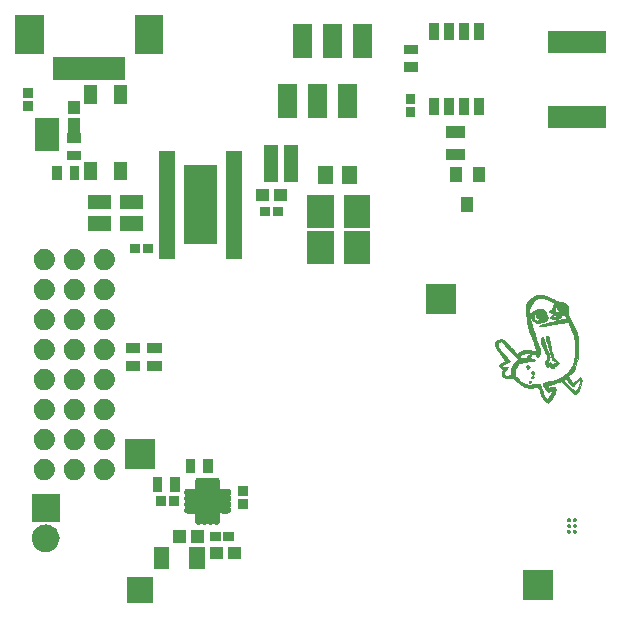
<source format=gbs>
%FSLAX46Y46*%
G04 Gerber Fmt 4.6, Leading zero omitted, Abs format (unit mm)*
G04 Created by KiCad (PCBNEW (2014-10-31 BZR 5243)-product) date Sa 04 Apr 2015 22:31:08 CEST*
%MOMM*%
G01*
G04 APERTURE LIST*
%ADD10C,0.100000*%
G04 APERTURE END LIST*
D10*
G36*
X115641339Y-47831582D02*
X115642040Y-47838649D01*
X115648781Y-47891993D01*
X115658960Y-47941277D01*
X115676096Y-47992947D01*
X115703710Y-48053450D01*
X115745319Y-48129233D01*
X115804444Y-48226743D01*
X115884605Y-48352426D01*
X115885111Y-48353200D01*
X115885111Y-47861254D01*
X115898479Y-47738691D01*
X115943278Y-47654826D01*
X116026554Y-47597452D01*
X116041027Y-47591113D01*
X116128862Y-47565813D01*
X116195210Y-47580402D01*
X116255224Y-47640714D01*
X116284542Y-47684878D01*
X116356159Y-47785745D01*
X116462600Y-47915929D01*
X116596225Y-48067558D01*
X116749396Y-48232761D01*
X116914473Y-48403668D01*
X117083818Y-48572407D01*
X117249791Y-48731107D01*
X117404753Y-48871899D01*
X117541065Y-48986909D01*
X117571287Y-49010676D01*
X117662908Y-49081433D01*
X117537026Y-49164813D01*
X117391664Y-49280137D01*
X117254609Y-49423059D01*
X117140479Y-49576437D01*
X117066270Y-49717038D01*
X117032380Y-49815535D01*
X117013030Y-49913247D01*
X117005170Y-50031141D01*
X117004897Y-50139058D01*
X117008128Y-50398893D01*
X116919342Y-50426496D01*
X116777492Y-50465608D01*
X116669775Y-50481146D01*
X116579389Y-50473859D01*
X116491987Y-50445526D01*
X116409619Y-50395353D01*
X116370587Y-50329327D01*
X116375626Y-50244091D01*
X116425473Y-50136283D01*
X116520861Y-50002547D01*
X116612627Y-49894505D01*
X116687805Y-49808120D01*
X116727349Y-49756258D01*
X116734743Y-49732752D01*
X116713472Y-49731436D01*
X116703261Y-49734085D01*
X116586365Y-49759390D01*
X116465650Y-49772173D01*
X116360013Y-49771503D01*
X116288356Y-49756448D01*
X116284852Y-49754699D01*
X116235318Y-49701060D01*
X116227247Y-49629045D01*
X116261839Y-49559843D01*
X116273167Y-49548907D01*
X116329080Y-49517297D01*
X116415360Y-49485245D01*
X116463667Y-49471829D01*
X116545264Y-49446214D01*
X116643384Y-49407238D01*
X116744422Y-49361460D01*
X116834770Y-49315444D01*
X116900822Y-49275749D01*
X116928972Y-49248938D01*
X116929182Y-49247345D01*
X116910526Y-49222833D01*
X116858302Y-49163542D01*
X116777994Y-49075452D01*
X116675081Y-48964542D01*
X116555047Y-48836791D01*
X116484682Y-48762531D01*
X116304193Y-48569104D01*
X116161791Y-48407589D01*
X116053596Y-48272151D01*
X115975727Y-48156956D01*
X115924303Y-48056170D01*
X115895443Y-47963961D01*
X115885266Y-47874494D01*
X115885111Y-47861254D01*
X115885111Y-48353200D01*
X115989320Y-48512730D01*
X116109793Y-48695454D01*
X116473535Y-49246192D01*
X116369823Y-49311639D01*
X116289819Y-49357714D01*
X116219178Y-49391318D01*
X116204938Y-49396484D01*
X116138476Y-49428087D01*
X116070883Y-49473211D01*
X116009003Y-49549495D01*
X115998570Y-49634764D01*
X116036723Y-49722622D01*
X116120600Y-49806672D01*
X116247342Y-49880516D01*
X116254482Y-49883706D01*
X116362532Y-49931378D01*
X116295088Y-49993883D01*
X116223762Y-50095541D01*
X116189032Y-50222896D01*
X116191280Y-50358353D01*
X116230887Y-50484314D01*
X116282825Y-50559326D01*
X116387040Y-50630931D01*
X116532736Y-50672165D01*
X116713258Y-50682126D01*
X116921947Y-50659915D01*
X116965714Y-50651687D01*
X117056194Y-50635014D01*
X117110716Y-50634066D01*
X117148617Y-50653227D01*
X117189230Y-50696877D01*
X117194916Y-50703626D01*
X117244663Y-50753873D01*
X117296380Y-50800496D01*
X117296380Y-50227917D01*
X117310799Y-50104525D01*
X117349257Y-49957335D01*
X117404077Y-49809239D01*
X117467580Y-49683132D01*
X117490965Y-49647695D01*
X117590486Y-49531042D01*
X117705222Y-49440203D01*
X117843159Y-49372184D01*
X118012280Y-49323990D01*
X118220572Y-49292627D01*
X118476020Y-49275101D01*
X118485672Y-49274711D01*
X118651613Y-49267226D01*
X118770761Y-49259071D01*
X118852761Y-49248802D01*
X118907261Y-49234980D01*
X118943907Y-49216162D01*
X118959061Y-49203966D01*
X118995272Y-49159347D01*
X118997278Y-49129835D01*
X118952211Y-49105692D01*
X118870223Y-49074312D01*
X118769350Y-49041331D01*
X118667629Y-49012389D01*
X118583095Y-48993123D01*
X118544943Y-48988433D01*
X118493408Y-48985629D01*
X118494656Y-48976707D01*
X118529299Y-48961729D01*
X118604509Y-48905129D01*
X118667134Y-48808770D01*
X118692185Y-48743277D01*
X118698782Y-48700552D01*
X118674534Y-48683002D01*
X118614263Y-48679777D01*
X118517488Y-48696810D01*
X118438940Y-48740835D01*
X118387668Y-48801239D01*
X118372718Y-48867409D01*
X118402533Y-48928133D01*
X118409354Y-48946970D01*
X118377672Y-48957572D01*
X118299931Y-48961733D01*
X118259808Y-48962000D01*
X118139193Y-48967531D01*
X118018669Y-48981740D01*
X117955304Y-48994208D01*
X117874996Y-49011540D01*
X117823838Y-49007165D01*
X117776618Y-48974551D01*
X117739211Y-48938236D01*
X117686141Y-48882618D01*
X117669450Y-48850192D01*
X117685081Y-48824769D01*
X117706460Y-48807542D01*
X117805962Y-48745449D01*
X117937685Y-48681994D01*
X118078568Y-48627215D01*
X118201534Y-48592002D01*
X118338486Y-48575181D01*
X118507835Y-48572586D01*
X118687683Y-48583024D01*
X118856128Y-48605305D01*
X118979391Y-48634342D01*
X119065342Y-48665092D01*
X119111970Y-48696586D01*
X119134875Y-48742593D01*
X119142948Y-48778725D01*
X119162295Y-48845967D01*
X119196037Y-48873078D01*
X119237779Y-48876901D01*
X119304762Y-48872088D01*
X119350474Y-48852418D01*
X119379430Y-48808698D01*
X119396147Y-48731737D01*
X119405139Y-48612343D01*
X119408282Y-48529817D01*
X119417786Y-48236602D01*
X119134798Y-47378690D01*
X118996374Y-46953555D01*
X118877948Y-46577135D01*
X118778740Y-46245665D01*
X118697970Y-45955380D01*
X118634860Y-45702512D01*
X118588629Y-45483297D01*
X118558499Y-45293967D01*
X118543690Y-45130759D01*
X118543423Y-44989905D01*
X118556918Y-44867640D01*
X118583396Y-44760198D01*
X118589258Y-44742777D01*
X118628952Y-44647197D01*
X118686864Y-44528580D01*
X118750935Y-44411525D01*
X118755288Y-44404111D01*
X118879330Y-44215223D01*
X119002674Y-44076250D01*
X119134214Y-43981478D01*
X119282841Y-43925198D01*
X119457447Y-43901700D01*
X119539889Y-43900225D01*
X119660343Y-43906094D01*
X119777041Y-43923777D01*
X119900455Y-43956618D01*
X120041057Y-44007959D01*
X120209320Y-44081145D01*
X120415718Y-44179518D01*
X120417490Y-44180386D01*
X120679156Y-44308522D01*
X120582245Y-44510742D01*
X120519431Y-44660854D01*
X120489473Y-44784776D01*
X120485333Y-44848539D01*
X120485333Y-44984116D01*
X120398639Y-44939284D01*
X120315356Y-44915012D01*
X120258690Y-44936966D01*
X120235571Y-45001043D01*
X120236962Y-45035069D01*
X120248845Y-45071266D01*
X120281092Y-45107482D01*
X120342263Y-45150057D01*
X120440918Y-45205327D01*
X120527480Y-45250187D01*
X120677525Y-45331394D01*
X120687326Y-45337846D01*
X120687326Y-44883070D01*
X120692406Y-44809454D01*
X120713572Y-44700034D01*
X120746991Y-44592012D01*
X120756243Y-44569565D01*
X120804787Y-44460555D01*
X120825473Y-44609138D01*
X120868346Y-44760506D01*
X120946740Y-44886533D01*
X121052025Y-44974280D01*
X121077444Y-44986944D01*
X121144549Y-45023661D01*
X121156413Y-45050913D01*
X121113165Y-45070199D01*
X121085055Y-45075341D01*
X120950114Y-45091209D01*
X120856438Y-45088957D01*
X120791157Y-45066455D01*
X120741406Y-45021571D01*
X120738494Y-45017944D01*
X120699390Y-44954162D01*
X120687326Y-44883070D01*
X120687326Y-45337846D01*
X120774493Y-45395236D01*
X120818814Y-45442319D01*
X120810920Y-45473245D01*
X120751240Y-45488618D01*
X120699069Y-45490666D01*
X120619896Y-45487850D01*
X120582075Y-45473928D01*
X120570586Y-45440691D01*
X120570000Y-45420111D01*
X120552824Y-45364083D01*
X120506454Y-45350798D01*
X120438633Y-45380313D01*
X120390677Y-45418763D01*
X120330612Y-45497205D01*
X120321662Y-45569288D01*
X120364192Y-45627863D01*
X120379500Y-45637665D01*
X120450747Y-45659192D01*
X120561078Y-45671514D01*
X120693951Y-45675014D01*
X120832826Y-45670075D01*
X120961164Y-45657082D01*
X121062422Y-45636418D01*
X121102551Y-45620897D01*
X121164463Y-45582146D01*
X121187401Y-45540208D01*
X121184185Y-45470047D01*
X121183286Y-45463238D01*
X121168915Y-45356093D01*
X121325720Y-45324602D01*
X121436399Y-45303670D01*
X121505596Y-45299441D01*
X121547223Y-45317793D01*
X121575194Y-45364602D01*
X121601954Y-45441277D01*
X121631469Y-45530306D01*
X121654914Y-45599704D01*
X121663686Y-45624722D01*
X121650949Y-45652079D01*
X121598258Y-45659999D01*
X121539283Y-45666961D01*
X121433707Y-45686560D01*
X121289464Y-45716872D01*
X121114487Y-45755970D01*
X120916709Y-45801927D01*
X120704062Y-45852819D01*
X120484480Y-45906718D01*
X120265896Y-45961699D01*
X120056242Y-46015836D01*
X119863452Y-46067201D01*
X119695458Y-46113870D01*
X119560193Y-46153917D01*
X119546944Y-46158058D01*
X119422775Y-46201023D01*
X119352274Y-46235657D01*
X119333577Y-46263740D01*
X119364821Y-46287050D01*
X119400387Y-46297925D01*
X119437575Y-46304316D01*
X119486256Y-46306391D01*
X119551428Y-46303433D01*
X119638091Y-46294725D01*
X119751242Y-46279551D01*
X119895880Y-46257194D01*
X120077003Y-46226936D01*
X120299611Y-46188061D01*
X120568701Y-46139852D01*
X120817895Y-46094611D01*
X121047790Y-46052957D01*
X121259463Y-46015080D01*
X121446672Y-45982060D01*
X121603175Y-45954977D01*
X121722731Y-45934912D01*
X121799098Y-45922945D01*
X121826012Y-45920105D01*
X121838633Y-45947177D01*
X121870341Y-46018705D01*
X121917905Y-46127299D01*
X121978096Y-46265570D01*
X122047683Y-46426128D01*
X122088583Y-46520777D01*
X122344427Y-47113444D01*
X122389758Y-47590985D01*
X122416531Y-48034621D01*
X122411305Y-48455544D01*
X122374913Y-48849341D01*
X122308190Y-49211598D01*
X122211969Y-49537902D01*
X122087084Y-49823841D01*
X121934370Y-50065001D01*
X121918356Y-50085534D01*
X121814421Y-50195238D01*
X121670995Y-50316966D01*
X121500844Y-50441410D01*
X121316737Y-50559261D01*
X121131440Y-50661213D01*
X121122827Y-50665502D01*
X120936138Y-50747037D01*
X120710636Y-50828016D01*
X120463739Y-50902956D01*
X120212861Y-50966375D01*
X120076111Y-50995008D01*
X119918793Y-51034416D01*
X119792478Y-51084672D01*
X119707529Y-51141193D01*
X119685385Y-51167733D01*
X119676627Y-51205494D01*
X119693772Y-51260784D01*
X119740977Y-51344971D01*
X119762807Y-51379399D01*
X119832929Y-51489285D01*
X119904814Y-51603772D01*
X119950343Y-51677563D01*
X120026222Y-51778997D01*
X120104517Y-51827927D01*
X120196495Y-51827594D01*
X120312424Y-51781752D01*
X120390126Y-51742077D01*
X120446067Y-51713631D01*
X120461883Y-51705672D01*
X120467967Y-51721598D01*
X120455701Y-51778060D01*
X120428876Y-51863671D01*
X120391286Y-51967047D01*
X120346723Y-52076803D01*
X120313513Y-52151111D01*
X120228141Y-52310378D01*
X120147088Y-52413729D01*
X120070491Y-52461089D01*
X119998486Y-52452381D01*
X119931208Y-52387530D01*
X119919577Y-52369833D01*
X119817443Y-52183327D01*
X119708838Y-51942900D01*
X119594660Y-51650590D01*
X119557646Y-51547987D01*
X119426310Y-51177444D01*
X119262999Y-51168939D01*
X119153546Y-51170384D01*
X119016738Y-51182100D01*
X118880209Y-51201629D01*
X118866033Y-51204217D01*
X118646516Y-51237114D01*
X118463393Y-51242632D01*
X118301967Y-51217391D01*
X118147545Y-51158013D01*
X117985433Y-51061120D01*
X117866282Y-50974362D01*
X117684674Y-50832047D01*
X117545196Y-50713563D01*
X117442612Y-50612051D01*
X117371683Y-50520649D01*
X117327171Y-50432496D01*
X117303837Y-50340731D01*
X117296443Y-50238493D01*
X117296380Y-50227917D01*
X117296380Y-50800496D01*
X117328297Y-50829270D01*
X117434844Y-50920714D01*
X117553330Y-51019099D01*
X117672782Y-51115321D01*
X117782225Y-51200276D01*
X117870686Y-51264858D01*
X117874778Y-51267675D01*
X117940931Y-51305609D01*
X118040931Y-51354487D01*
X118155864Y-51405193D01*
X118185222Y-51417293D01*
X118342869Y-51472829D01*
X118487453Y-51502162D01*
X118635476Y-51505866D01*
X118803439Y-51484514D01*
X118982702Y-51444992D01*
X119095881Y-51418229D01*
X119186339Y-51399380D01*
X119241708Y-51390886D01*
X119252871Y-51391665D01*
X119266596Y-51419976D01*
X119299252Y-51491522D01*
X119347048Y-51597869D01*
X119406192Y-51730583D01*
X119466737Y-51867294D01*
X119566126Y-52087256D01*
X119651226Y-52262994D01*
X119727065Y-52403320D01*
X119798670Y-52517046D01*
X119871069Y-52612985D01*
X119930516Y-52680277D01*
X120017666Y-52750741D01*
X120101242Y-52766768D01*
X120190136Y-52728973D01*
X120226988Y-52700770D01*
X120301381Y-52623592D01*
X120389663Y-52510063D01*
X120482113Y-52375099D01*
X120569010Y-52233620D01*
X120640634Y-52100542D01*
X120684703Y-51998301D01*
X120740791Y-51805655D01*
X120762178Y-51649174D01*
X120748596Y-51531982D01*
X120728398Y-51488774D01*
X120689131Y-51443617D01*
X120636106Y-51422948D01*
X120548279Y-51418571D01*
X120548183Y-51418572D01*
X120437257Y-51428810D01*
X120326748Y-51452733D01*
X120301889Y-51460841D01*
X120229006Y-51484500D01*
X120185214Y-51483479D01*
X120147034Y-51453648D01*
X120125500Y-51429806D01*
X120082016Y-51371188D01*
X120062128Y-51326089D01*
X120062000Y-51323780D01*
X120087999Y-51301761D01*
X120158689Y-51274342D01*
X120263108Y-51245548D01*
X120294833Y-51238245D01*
X120520112Y-51181390D01*
X120743492Y-51112460D01*
X120946014Y-51037769D01*
X121089062Y-50973733D01*
X121227125Y-50904321D01*
X121303602Y-50984438D01*
X121345560Y-51028763D01*
X121397642Y-51084054D01*
X121397642Y-50804973D01*
X121429775Y-50778460D01*
X121492558Y-50739803D01*
X121516099Y-50726889D01*
X121620205Y-50671445D01*
X121680714Y-50754588D01*
X121754337Y-50850951D01*
X121842118Y-50958526D01*
X121936209Y-51068576D01*
X122028763Y-51172361D01*
X122111934Y-51261145D01*
X122177875Y-51326188D01*
X122218739Y-51358754D01*
X122225162Y-51360888D01*
X122244091Y-51358807D01*
X122265700Y-51348583D01*
X122296339Y-51324243D01*
X122342355Y-51279817D01*
X122410095Y-51209332D01*
X122505909Y-51106817D01*
X122578848Y-51028167D01*
X122685619Y-50916665D01*
X122760571Y-50849916D01*
X122806241Y-50829515D01*
X122825165Y-50857059D01*
X122819882Y-50934143D01*
X122792929Y-51062364D01*
X122771331Y-51149232D01*
X122713309Y-51346858D01*
X122649000Y-51515042D01*
X122581677Y-51647645D01*
X122514614Y-51738531D01*
X122451086Y-51781560D01*
X122432599Y-51784222D01*
X122391632Y-51766636D01*
X122320616Y-51719372D01*
X122231315Y-51650672D01*
X122175918Y-51604372D01*
X122072612Y-51512322D01*
X121957888Y-51404948D01*
X121838463Y-51289152D01*
X121721054Y-51171832D01*
X121612379Y-51059890D01*
X121519156Y-50960224D01*
X121448102Y-50879734D01*
X121405935Y-50825321D01*
X121397642Y-50804973D01*
X121397642Y-51084054D01*
X121419113Y-51106848D01*
X121517270Y-51211259D01*
X121633043Y-51334557D01*
X121759441Y-51469307D01*
X121797746Y-51510168D01*
X121925862Y-51645541D01*
X122045874Y-51769905D01*
X122150775Y-51876191D01*
X122233557Y-51957328D01*
X122287213Y-52006244D01*
X122296786Y-52013724D01*
X122355297Y-52050419D01*
X122396581Y-52053867D01*
X122446373Y-52026971D01*
X122547886Y-51944862D01*
X122638946Y-51834681D01*
X122728034Y-51685275D01*
X122770461Y-51600777D01*
X122851175Y-51410894D01*
X122911425Y-51223314D01*
X122949707Y-51047389D01*
X122964520Y-50892471D01*
X122954358Y-50767911D01*
X122917923Y-50683313D01*
X122866958Y-50620373D01*
X122741534Y-50684213D01*
X122662230Y-50735080D01*
X122563526Y-50813195D01*
X122463722Y-50903798D01*
X122439958Y-50927470D01*
X122359264Y-51007335D01*
X122292703Y-51068912D01*
X122250440Y-51102984D01*
X122242110Y-51106888D01*
X122218831Y-51084857D01*
X122171246Y-51024797D01*
X122106184Y-50935763D01*
X122030472Y-50826807D01*
X122026939Y-50821602D01*
X121833462Y-50536316D01*
X122017049Y-50370622D01*
X122142000Y-50251436D01*
X122240770Y-50139080D01*
X122319828Y-50021755D01*
X122385643Y-49887666D01*
X122444682Y-49725016D01*
X122503413Y-49522008D01*
X122522762Y-49448289D01*
X122637340Y-49004333D01*
X122651353Y-48135426D01*
X122655097Y-47836373D01*
X122655752Y-47590447D01*
X122653259Y-47394413D01*
X122647557Y-47245036D01*
X122638587Y-47139080D01*
X122632158Y-47097729D01*
X122608208Y-47014291D01*
X122562874Y-46890352D01*
X122500548Y-46735624D01*
X122425622Y-46559822D01*
X122342488Y-46372658D01*
X122255539Y-46183847D01*
X122169165Y-46003103D01*
X122087759Y-45840138D01*
X122015713Y-45704666D01*
X121958845Y-45608589D01*
X121874670Y-45471293D01*
X121822253Y-45361398D01*
X121797321Y-45262861D01*
X121795599Y-45159636D01*
X121810169Y-45050565D01*
X121825182Y-44838417D01*
X121794421Y-44652262D01*
X121721071Y-44496321D01*
X121608321Y-44374813D01*
X121459356Y-44291958D01*
X121277363Y-44251975D01*
X121204744Y-44248888D01*
X121145845Y-44246737D01*
X121088213Y-44238027D01*
X121023042Y-44219372D01*
X120941529Y-44187386D01*
X120834870Y-44138684D01*
X120694262Y-44069879D01*
X120547671Y-43996193D01*
X120290659Y-43870404D01*
X120073311Y-43773877D01*
X119888478Y-43704330D01*
X119729015Y-43659482D01*
X119587774Y-43637053D01*
X119457610Y-43634762D01*
X119423222Y-43637320D01*
X119208744Y-43680892D01*
X118982007Y-43769337D01*
X118754898Y-43896510D01*
X118539302Y-44056263D01*
X118440494Y-44145510D01*
X118375704Y-44217298D01*
X118327506Y-44296254D01*
X118293662Y-44391784D01*
X118271937Y-44513292D01*
X118260094Y-44670182D01*
X118255897Y-44871860D01*
X118255778Y-44922350D01*
X118267737Y-45274169D01*
X118304682Y-45640076D01*
X118368216Y-46033736D01*
X118411558Y-46250464D01*
X118448682Y-46417627D01*
X118485940Y-46562869D01*
X118527943Y-46699342D01*
X118579303Y-46840201D01*
X118644632Y-46998599D01*
X118728541Y-47187687D01*
X118778462Y-47296888D01*
X118839888Y-47440416D01*
X118900076Y-47599007D01*
X118956707Y-47764265D01*
X119007464Y-47927793D01*
X119050030Y-48081194D01*
X119082085Y-48216073D01*
X119101313Y-48324031D01*
X119105396Y-48396673D01*
X119092015Y-48425603D01*
X119090085Y-48425777D01*
X119058353Y-48419873D01*
X118987249Y-48404414D01*
X118894872Y-48383371D01*
X118761777Y-48355399D01*
X118616333Y-48329101D01*
X118533288Y-48316314D01*
X118321661Y-48305225D01*
X118108935Y-48326666D01*
X117908123Y-48377160D01*
X117732235Y-48453228D01*
X117594282Y-48551392D01*
X117572614Y-48573130D01*
X117486763Y-48665033D01*
X117373266Y-48538350D01*
X117316433Y-48474054D01*
X117231774Y-48377179D01*
X117128213Y-48257989D01*
X117014673Y-48126744D01*
X116935376Y-48034754D01*
X116815976Y-47900250D01*
X116694831Y-47771178D01*
X116582235Y-47657999D01*
X116488481Y-47571174D01*
X116442499Y-47533810D01*
X116347440Y-47467494D01*
X116275472Y-47430031D01*
X116206766Y-47413616D01*
X116128951Y-47410397D01*
X115957419Y-47431117D01*
X115817369Y-47488453D01*
X115714323Y-47577548D01*
X115653805Y-47693544D01*
X115641339Y-47831582D01*
X115641339Y-47831582D01*
X115641339Y-47831582D01*
G37*
X115641339Y-47831582D02*
X115642040Y-47838649D01*
X115648781Y-47891993D01*
X115658960Y-47941277D01*
X115676096Y-47992947D01*
X115703710Y-48053450D01*
X115745319Y-48129233D01*
X115804444Y-48226743D01*
X115884605Y-48352426D01*
X115885111Y-48353200D01*
X115885111Y-47861254D01*
X115898479Y-47738691D01*
X115943278Y-47654826D01*
X116026554Y-47597452D01*
X116041027Y-47591113D01*
X116128862Y-47565813D01*
X116195210Y-47580402D01*
X116255224Y-47640714D01*
X116284542Y-47684878D01*
X116356159Y-47785745D01*
X116462600Y-47915929D01*
X116596225Y-48067558D01*
X116749396Y-48232761D01*
X116914473Y-48403668D01*
X117083818Y-48572407D01*
X117249791Y-48731107D01*
X117404753Y-48871899D01*
X117541065Y-48986909D01*
X117571287Y-49010676D01*
X117662908Y-49081433D01*
X117537026Y-49164813D01*
X117391664Y-49280137D01*
X117254609Y-49423059D01*
X117140479Y-49576437D01*
X117066270Y-49717038D01*
X117032380Y-49815535D01*
X117013030Y-49913247D01*
X117005170Y-50031141D01*
X117004897Y-50139058D01*
X117008128Y-50398893D01*
X116919342Y-50426496D01*
X116777492Y-50465608D01*
X116669775Y-50481146D01*
X116579389Y-50473859D01*
X116491987Y-50445526D01*
X116409619Y-50395353D01*
X116370587Y-50329327D01*
X116375626Y-50244091D01*
X116425473Y-50136283D01*
X116520861Y-50002547D01*
X116612627Y-49894505D01*
X116687805Y-49808120D01*
X116727349Y-49756258D01*
X116734743Y-49732752D01*
X116713472Y-49731436D01*
X116703261Y-49734085D01*
X116586365Y-49759390D01*
X116465650Y-49772173D01*
X116360013Y-49771503D01*
X116288356Y-49756448D01*
X116284852Y-49754699D01*
X116235318Y-49701060D01*
X116227247Y-49629045D01*
X116261839Y-49559843D01*
X116273167Y-49548907D01*
X116329080Y-49517297D01*
X116415360Y-49485245D01*
X116463667Y-49471829D01*
X116545264Y-49446214D01*
X116643384Y-49407238D01*
X116744422Y-49361460D01*
X116834770Y-49315444D01*
X116900822Y-49275749D01*
X116928972Y-49248938D01*
X116929182Y-49247345D01*
X116910526Y-49222833D01*
X116858302Y-49163542D01*
X116777994Y-49075452D01*
X116675081Y-48964542D01*
X116555047Y-48836791D01*
X116484682Y-48762531D01*
X116304193Y-48569104D01*
X116161791Y-48407589D01*
X116053596Y-48272151D01*
X115975727Y-48156956D01*
X115924303Y-48056170D01*
X115895443Y-47963961D01*
X115885266Y-47874494D01*
X115885111Y-47861254D01*
X115885111Y-48353200D01*
X115989320Y-48512730D01*
X116109793Y-48695454D01*
X116473535Y-49246192D01*
X116369823Y-49311639D01*
X116289819Y-49357714D01*
X116219178Y-49391318D01*
X116204938Y-49396484D01*
X116138476Y-49428087D01*
X116070883Y-49473211D01*
X116009003Y-49549495D01*
X115998570Y-49634764D01*
X116036723Y-49722622D01*
X116120600Y-49806672D01*
X116247342Y-49880516D01*
X116254482Y-49883706D01*
X116362532Y-49931378D01*
X116295088Y-49993883D01*
X116223762Y-50095541D01*
X116189032Y-50222896D01*
X116191280Y-50358353D01*
X116230887Y-50484314D01*
X116282825Y-50559326D01*
X116387040Y-50630931D01*
X116532736Y-50672165D01*
X116713258Y-50682126D01*
X116921947Y-50659915D01*
X116965714Y-50651687D01*
X117056194Y-50635014D01*
X117110716Y-50634066D01*
X117148617Y-50653227D01*
X117189230Y-50696877D01*
X117194916Y-50703626D01*
X117244663Y-50753873D01*
X117296380Y-50800496D01*
X117296380Y-50227917D01*
X117310799Y-50104525D01*
X117349257Y-49957335D01*
X117404077Y-49809239D01*
X117467580Y-49683132D01*
X117490965Y-49647695D01*
X117590486Y-49531042D01*
X117705222Y-49440203D01*
X117843159Y-49372184D01*
X118012280Y-49323990D01*
X118220572Y-49292627D01*
X118476020Y-49275101D01*
X118485672Y-49274711D01*
X118651613Y-49267226D01*
X118770761Y-49259071D01*
X118852761Y-49248802D01*
X118907261Y-49234980D01*
X118943907Y-49216162D01*
X118959061Y-49203966D01*
X118995272Y-49159347D01*
X118997278Y-49129835D01*
X118952211Y-49105692D01*
X118870223Y-49074312D01*
X118769350Y-49041331D01*
X118667629Y-49012389D01*
X118583095Y-48993123D01*
X118544943Y-48988433D01*
X118493408Y-48985629D01*
X118494656Y-48976707D01*
X118529299Y-48961729D01*
X118604509Y-48905129D01*
X118667134Y-48808770D01*
X118692185Y-48743277D01*
X118698782Y-48700552D01*
X118674534Y-48683002D01*
X118614263Y-48679777D01*
X118517488Y-48696810D01*
X118438940Y-48740835D01*
X118387668Y-48801239D01*
X118372718Y-48867409D01*
X118402533Y-48928133D01*
X118409354Y-48946970D01*
X118377672Y-48957572D01*
X118299931Y-48961733D01*
X118259808Y-48962000D01*
X118139193Y-48967531D01*
X118018669Y-48981740D01*
X117955304Y-48994208D01*
X117874996Y-49011540D01*
X117823838Y-49007165D01*
X117776618Y-48974551D01*
X117739211Y-48938236D01*
X117686141Y-48882618D01*
X117669450Y-48850192D01*
X117685081Y-48824769D01*
X117706460Y-48807542D01*
X117805962Y-48745449D01*
X117937685Y-48681994D01*
X118078568Y-48627215D01*
X118201534Y-48592002D01*
X118338486Y-48575181D01*
X118507835Y-48572586D01*
X118687683Y-48583024D01*
X118856128Y-48605305D01*
X118979391Y-48634342D01*
X119065342Y-48665092D01*
X119111970Y-48696586D01*
X119134875Y-48742593D01*
X119142948Y-48778725D01*
X119162295Y-48845967D01*
X119196037Y-48873078D01*
X119237779Y-48876901D01*
X119304762Y-48872088D01*
X119350474Y-48852418D01*
X119379430Y-48808698D01*
X119396147Y-48731737D01*
X119405139Y-48612343D01*
X119408282Y-48529817D01*
X119417786Y-48236602D01*
X119134798Y-47378690D01*
X118996374Y-46953555D01*
X118877948Y-46577135D01*
X118778740Y-46245665D01*
X118697970Y-45955380D01*
X118634860Y-45702512D01*
X118588629Y-45483297D01*
X118558499Y-45293967D01*
X118543690Y-45130759D01*
X118543423Y-44989905D01*
X118556918Y-44867640D01*
X118583396Y-44760198D01*
X118589258Y-44742777D01*
X118628952Y-44647197D01*
X118686864Y-44528580D01*
X118750935Y-44411525D01*
X118755288Y-44404111D01*
X118879330Y-44215223D01*
X119002674Y-44076250D01*
X119134214Y-43981478D01*
X119282841Y-43925198D01*
X119457447Y-43901700D01*
X119539889Y-43900225D01*
X119660343Y-43906094D01*
X119777041Y-43923777D01*
X119900455Y-43956618D01*
X120041057Y-44007959D01*
X120209320Y-44081145D01*
X120415718Y-44179518D01*
X120417490Y-44180386D01*
X120679156Y-44308522D01*
X120582245Y-44510742D01*
X120519431Y-44660854D01*
X120489473Y-44784776D01*
X120485333Y-44848539D01*
X120485333Y-44984116D01*
X120398639Y-44939284D01*
X120315356Y-44915012D01*
X120258690Y-44936966D01*
X120235571Y-45001043D01*
X120236962Y-45035069D01*
X120248845Y-45071266D01*
X120281092Y-45107482D01*
X120342263Y-45150057D01*
X120440918Y-45205327D01*
X120527480Y-45250187D01*
X120677525Y-45331394D01*
X120687326Y-45337846D01*
X120687326Y-44883070D01*
X120692406Y-44809454D01*
X120713572Y-44700034D01*
X120746991Y-44592012D01*
X120756243Y-44569565D01*
X120804787Y-44460555D01*
X120825473Y-44609138D01*
X120868346Y-44760506D01*
X120946740Y-44886533D01*
X121052025Y-44974280D01*
X121077444Y-44986944D01*
X121144549Y-45023661D01*
X121156413Y-45050913D01*
X121113165Y-45070199D01*
X121085055Y-45075341D01*
X120950114Y-45091209D01*
X120856438Y-45088957D01*
X120791157Y-45066455D01*
X120741406Y-45021571D01*
X120738494Y-45017944D01*
X120699390Y-44954162D01*
X120687326Y-44883070D01*
X120687326Y-45337846D01*
X120774493Y-45395236D01*
X120818814Y-45442319D01*
X120810920Y-45473245D01*
X120751240Y-45488618D01*
X120699069Y-45490666D01*
X120619896Y-45487850D01*
X120582075Y-45473928D01*
X120570586Y-45440691D01*
X120570000Y-45420111D01*
X120552824Y-45364083D01*
X120506454Y-45350798D01*
X120438633Y-45380313D01*
X120390677Y-45418763D01*
X120330612Y-45497205D01*
X120321662Y-45569288D01*
X120364192Y-45627863D01*
X120379500Y-45637665D01*
X120450747Y-45659192D01*
X120561078Y-45671514D01*
X120693951Y-45675014D01*
X120832826Y-45670075D01*
X120961164Y-45657082D01*
X121062422Y-45636418D01*
X121102551Y-45620897D01*
X121164463Y-45582146D01*
X121187401Y-45540208D01*
X121184185Y-45470047D01*
X121183286Y-45463238D01*
X121168915Y-45356093D01*
X121325720Y-45324602D01*
X121436399Y-45303670D01*
X121505596Y-45299441D01*
X121547223Y-45317793D01*
X121575194Y-45364602D01*
X121601954Y-45441277D01*
X121631469Y-45530306D01*
X121654914Y-45599704D01*
X121663686Y-45624722D01*
X121650949Y-45652079D01*
X121598258Y-45659999D01*
X121539283Y-45666961D01*
X121433707Y-45686560D01*
X121289464Y-45716872D01*
X121114487Y-45755970D01*
X120916709Y-45801927D01*
X120704062Y-45852819D01*
X120484480Y-45906718D01*
X120265896Y-45961699D01*
X120056242Y-46015836D01*
X119863452Y-46067201D01*
X119695458Y-46113870D01*
X119560193Y-46153917D01*
X119546944Y-46158058D01*
X119422775Y-46201023D01*
X119352274Y-46235657D01*
X119333577Y-46263740D01*
X119364821Y-46287050D01*
X119400387Y-46297925D01*
X119437575Y-46304316D01*
X119486256Y-46306391D01*
X119551428Y-46303433D01*
X119638091Y-46294725D01*
X119751242Y-46279551D01*
X119895880Y-46257194D01*
X120077003Y-46226936D01*
X120299611Y-46188061D01*
X120568701Y-46139852D01*
X120817895Y-46094611D01*
X121047790Y-46052957D01*
X121259463Y-46015080D01*
X121446672Y-45982060D01*
X121603175Y-45954977D01*
X121722731Y-45934912D01*
X121799098Y-45922945D01*
X121826012Y-45920105D01*
X121838633Y-45947177D01*
X121870341Y-46018705D01*
X121917905Y-46127299D01*
X121978096Y-46265570D01*
X122047683Y-46426128D01*
X122088583Y-46520777D01*
X122344427Y-47113444D01*
X122389758Y-47590985D01*
X122416531Y-48034621D01*
X122411305Y-48455544D01*
X122374913Y-48849341D01*
X122308190Y-49211598D01*
X122211969Y-49537902D01*
X122087084Y-49823841D01*
X121934370Y-50065001D01*
X121918356Y-50085534D01*
X121814421Y-50195238D01*
X121670995Y-50316966D01*
X121500844Y-50441410D01*
X121316737Y-50559261D01*
X121131440Y-50661213D01*
X121122827Y-50665502D01*
X120936138Y-50747037D01*
X120710636Y-50828016D01*
X120463739Y-50902956D01*
X120212861Y-50966375D01*
X120076111Y-50995008D01*
X119918793Y-51034416D01*
X119792478Y-51084672D01*
X119707529Y-51141193D01*
X119685385Y-51167733D01*
X119676627Y-51205494D01*
X119693772Y-51260784D01*
X119740977Y-51344971D01*
X119762807Y-51379399D01*
X119832929Y-51489285D01*
X119904814Y-51603772D01*
X119950343Y-51677563D01*
X120026222Y-51778997D01*
X120104517Y-51827927D01*
X120196495Y-51827594D01*
X120312424Y-51781752D01*
X120390126Y-51742077D01*
X120446067Y-51713631D01*
X120461883Y-51705672D01*
X120467967Y-51721598D01*
X120455701Y-51778060D01*
X120428876Y-51863671D01*
X120391286Y-51967047D01*
X120346723Y-52076803D01*
X120313513Y-52151111D01*
X120228141Y-52310378D01*
X120147088Y-52413729D01*
X120070491Y-52461089D01*
X119998486Y-52452381D01*
X119931208Y-52387530D01*
X119919577Y-52369833D01*
X119817443Y-52183327D01*
X119708838Y-51942900D01*
X119594660Y-51650590D01*
X119557646Y-51547987D01*
X119426310Y-51177444D01*
X119262999Y-51168939D01*
X119153546Y-51170384D01*
X119016738Y-51182100D01*
X118880209Y-51201629D01*
X118866033Y-51204217D01*
X118646516Y-51237114D01*
X118463393Y-51242632D01*
X118301967Y-51217391D01*
X118147545Y-51158013D01*
X117985433Y-51061120D01*
X117866282Y-50974362D01*
X117684674Y-50832047D01*
X117545196Y-50713563D01*
X117442612Y-50612051D01*
X117371683Y-50520649D01*
X117327171Y-50432496D01*
X117303837Y-50340731D01*
X117296443Y-50238493D01*
X117296380Y-50227917D01*
X117296380Y-50800496D01*
X117328297Y-50829270D01*
X117434844Y-50920714D01*
X117553330Y-51019099D01*
X117672782Y-51115321D01*
X117782225Y-51200276D01*
X117870686Y-51264858D01*
X117874778Y-51267675D01*
X117940931Y-51305609D01*
X118040931Y-51354487D01*
X118155864Y-51405193D01*
X118185222Y-51417293D01*
X118342869Y-51472829D01*
X118487453Y-51502162D01*
X118635476Y-51505866D01*
X118803439Y-51484514D01*
X118982702Y-51444992D01*
X119095881Y-51418229D01*
X119186339Y-51399380D01*
X119241708Y-51390886D01*
X119252871Y-51391665D01*
X119266596Y-51419976D01*
X119299252Y-51491522D01*
X119347048Y-51597869D01*
X119406192Y-51730583D01*
X119466737Y-51867294D01*
X119566126Y-52087256D01*
X119651226Y-52262994D01*
X119727065Y-52403320D01*
X119798670Y-52517046D01*
X119871069Y-52612985D01*
X119930516Y-52680277D01*
X120017666Y-52750741D01*
X120101242Y-52766768D01*
X120190136Y-52728973D01*
X120226988Y-52700770D01*
X120301381Y-52623592D01*
X120389663Y-52510063D01*
X120482113Y-52375099D01*
X120569010Y-52233620D01*
X120640634Y-52100542D01*
X120684703Y-51998301D01*
X120740791Y-51805655D01*
X120762178Y-51649174D01*
X120748596Y-51531982D01*
X120728398Y-51488774D01*
X120689131Y-51443617D01*
X120636106Y-51422948D01*
X120548279Y-51418571D01*
X120548183Y-51418572D01*
X120437257Y-51428810D01*
X120326748Y-51452733D01*
X120301889Y-51460841D01*
X120229006Y-51484500D01*
X120185214Y-51483479D01*
X120147034Y-51453648D01*
X120125500Y-51429806D01*
X120082016Y-51371188D01*
X120062128Y-51326089D01*
X120062000Y-51323780D01*
X120087999Y-51301761D01*
X120158689Y-51274342D01*
X120263108Y-51245548D01*
X120294833Y-51238245D01*
X120520112Y-51181390D01*
X120743492Y-51112460D01*
X120946014Y-51037769D01*
X121089062Y-50973733D01*
X121227125Y-50904321D01*
X121303602Y-50984438D01*
X121345560Y-51028763D01*
X121397642Y-51084054D01*
X121397642Y-50804973D01*
X121429775Y-50778460D01*
X121492558Y-50739803D01*
X121516099Y-50726889D01*
X121620205Y-50671445D01*
X121680714Y-50754588D01*
X121754337Y-50850951D01*
X121842118Y-50958526D01*
X121936209Y-51068576D01*
X122028763Y-51172361D01*
X122111934Y-51261145D01*
X122177875Y-51326188D01*
X122218739Y-51358754D01*
X122225162Y-51360888D01*
X122244091Y-51358807D01*
X122265700Y-51348583D01*
X122296339Y-51324243D01*
X122342355Y-51279817D01*
X122410095Y-51209332D01*
X122505909Y-51106817D01*
X122578848Y-51028167D01*
X122685619Y-50916665D01*
X122760571Y-50849916D01*
X122806241Y-50829515D01*
X122825165Y-50857059D01*
X122819882Y-50934143D01*
X122792929Y-51062364D01*
X122771331Y-51149232D01*
X122713309Y-51346858D01*
X122649000Y-51515042D01*
X122581677Y-51647645D01*
X122514614Y-51738531D01*
X122451086Y-51781560D01*
X122432599Y-51784222D01*
X122391632Y-51766636D01*
X122320616Y-51719372D01*
X122231315Y-51650672D01*
X122175918Y-51604372D01*
X122072612Y-51512322D01*
X121957888Y-51404948D01*
X121838463Y-51289152D01*
X121721054Y-51171832D01*
X121612379Y-51059890D01*
X121519156Y-50960224D01*
X121448102Y-50879734D01*
X121405935Y-50825321D01*
X121397642Y-50804973D01*
X121397642Y-51084054D01*
X121419113Y-51106848D01*
X121517270Y-51211259D01*
X121633043Y-51334557D01*
X121759441Y-51469307D01*
X121797746Y-51510168D01*
X121925862Y-51645541D01*
X122045874Y-51769905D01*
X122150775Y-51876191D01*
X122233557Y-51957328D01*
X122287213Y-52006244D01*
X122296786Y-52013724D01*
X122355297Y-52050419D01*
X122396581Y-52053867D01*
X122446373Y-52026971D01*
X122547886Y-51944862D01*
X122638946Y-51834681D01*
X122728034Y-51685275D01*
X122770461Y-51600777D01*
X122851175Y-51410894D01*
X122911425Y-51223314D01*
X122949707Y-51047389D01*
X122964520Y-50892471D01*
X122954358Y-50767911D01*
X122917923Y-50683313D01*
X122866958Y-50620373D01*
X122741534Y-50684213D01*
X122662230Y-50735080D01*
X122563526Y-50813195D01*
X122463722Y-50903798D01*
X122439958Y-50927470D01*
X122359264Y-51007335D01*
X122292703Y-51068912D01*
X122250440Y-51102984D01*
X122242110Y-51106888D01*
X122218831Y-51084857D01*
X122171246Y-51024797D01*
X122106184Y-50935763D01*
X122030472Y-50826807D01*
X122026939Y-50821602D01*
X121833462Y-50536316D01*
X122017049Y-50370622D01*
X122142000Y-50251436D01*
X122240770Y-50139080D01*
X122319828Y-50021755D01*
X122385643Y-49887666D01*
X122444682Y-49725016D01*
X122503413Y-49522008D01*
X122522762Y-49448289D01*
X122637340Y-49004333D01*
X122651353Y-48135426D01*
X122655097Y-47836373D01*
X122655752Y-47590447D01*
X122653259Y-47394413D01*
X122647557Y-47245036D01*
X122638587Y-47139080D01*
X122632158Y-47097729D01*
X122608208Y-47014291D01*
X122562874Y-46890352D01*
X122500548Y-46735624D01*
X122425622Y-46559822D01*
X122342488Y-46372658D01*
X122255539Y-46183847D01*
X122169165Y-46003103D01*
X122087759Y-45840138D01*
X122015713Y-45704666D01*
X121958845Y-45608589D01*
X121874670Y-45471293D01*
X121822253Y-45361398D01*
X121797321Y-45262861D01*
X121795599Y-45159636D01*
X121810169Y-45050565D01*
X121825182Y-44838417D01*
X121794421Y-44652262D01*
X121721071Y-44496321D01*
X121608321Y-44374813D01*
X121459356Y-44291958D01*
X121277363Y-44251975D01*
X121204744Y-44248888D01*
X121145845Y-44246737D01*
X121088213Y-44238027D01*
X121023042Y-44219372D01*
X120941529Y-44187386D01*
X120834870Y-44138684D01*
X120694262Y-44069879D01*
X120547671Y-43996193D01*
X120290659Y-43870404D01*
X120073311Y-43773877D01*
X119888478Y-43704330D01*
X119729015Y-43659482D01*
X119587774Y-43637053D01*
X119457610Y-43634762D01*
X119423222Y-43637320D01*
X119208744Y-43680892D01*
X118982007Y-43769337D01*
X118754898Y-43896510D01*
X118539302Y-44056263D01*
X118440494Y-44145510D01*
X118375704Y-44217298D01*
X118327506Y-44296254D01*
X118293662Y-44391784D01*
X118271937Y-44513292D01*
X118260094Y-44670182D01*
X118255897Y-44871860D01*
X118255778Y-44922350D01*
X118267737Y-45274169D01*
X118304682Y-45640076D01*
X118368216Y-46033736D01*
X118411558Y-46250464D01*
X118448682Y-46417627D01*
X118485940Y-46562869D01*
X118527943Y-46699342D01*
X118579303Y-46840201D01*
X118644632Y-46998599D01*
X118728541Y-47187687D01*
X118778462Y-47296888D01*
X118839888Y-47440416D01*
X118900076Y-47599007D01*
X118956707Y-47764265D01*
X119007464Y-47927793D01*
X119050030Y-48081194D01*
X119082085Y-48216073D01*
X119101313Y-48324031D01*
X119105396Y-48396673D01*
X119092015Y-48425603D01*
X119090085Y-48425777D01*
X119058353Y-48419873D01*
X118987249Y-48404414D01*
X118894872Y-48383371D01*
X118761777Y-48355399D01*
X118616333Y-48329101D01*
X118533288Y-48316314D01*
X118321661Y-48305225D01*
X118108935Y-48326666D01*
X117908123Y-48377160D01*
X117732235Y-48453228D01*
X117594282Y-48551392D01*
X117572614Y-48573130D01*
X117486763Y-48665033D01*
X117373266Y-48538350D01*
X117316433Y-48474054D01*
X117231774Y-48377179D01*
X117128213Y-48257989D01*
X117014673Y-48126744D01*
X116935376Y-48034754D01*
X116815976Y-47900250D01*
X116694831Y-47771178D01*
X116582235Y-47657999D01*
X116488481Y-47571174D01*
X116442499Y-47533810D01*
X116347440Y-47467494D01*
X116275472Y-47430031D01*
X116206766Y-47413616D01*
X116128951Y-47410397D01*
X115957419Y-47431117D01*
X115817369Y-47488453D01*
X115714323Y-47577548D01*
X115653805Y-47693544D01*
X115641339Y-47831582D01*
X115641339Y-47831582D01*
G36*
X118484659Y-51043446D02*
X118498686Y-51090469D01*
X118534663Y-51130669D01*
X118585261Y-51122078D01*
X118635177Y-51072387D01*
X118674134Y-50997742D01*
X118667073Y-50942276D01*
X118638666Y-50910900D01*
X118600001Y-50894927D01*
X118555809Y-50920480D01*
X118539888Y-50935667D01*
X118492807Y-50992639D01*
X118484659Y-51043446D01*
X118484659Y-51043446D01*
X118484659Y-51043446D01*
G37*
X118484659Y-51043446D02*
X118498686Y-51090469D01*
X118534663Y-51130669D01*
X118585261Y-51122078D01*
X118635177Y-51072387D01*
X118674134Y-50997742D01*
X118667073Y-50942276D01*
X118638666Y-50910900D01*
X118600001Y-50894927D01*
X118555809Y-50920480D01*
X118539888Y-50935667D01*
X118492807Y-50992639D01*
X118484659Y-51043446D01*
X118484659Y-51043446D01*
G36*
X118657576Y-50638402D02*
X118660193Y-50667094D01*
X118699108Y-50700390D01*
X118765325Y-50711026D01*
X118834258Y-50698554D01*
X118875377Y-50670997D01*
X118898808Y-50611655D01*
X118899908Y-50565164D01*
X118879768Y-50516666D01*
X118828430Y-50507226D01*
X118820131Y-50508038D01*
X118745714Y-50533380D01*
X118686408Y-50581927D01*
X118657576Y-50638402D01*
X118657576Y-50638402D01*
X118657576Y-50638402D01*
G37*
X118657576Y-50638402D02*
X118660193Y-50667094D01*
X118699108Y-50700390D01*
X118765325Y-50711026D01*
X118834258Y-50698554D01*
X118875377Y-50670997D01*
X118898808Y-50611655D01*
X118899908Y-50565164D01*
X118879768Y-50516666D01*
X118828430Y-50507226D01*
X118820131Y-50508038D01*
X118745714Y-50533380D01*
X118686408Y-50581927D01*
X118657576Y-50638402D01*
X118657576Y-50638402D01*
G36*
X118696144Y-50165286D02*
X118698120Y-50229269D01*
X118745357Y-50306287D01*
X118751293Y-50313453D01*
X118824121Y-50379691D01*
X118887220Y-50399039D01*
X118933304Y-50370775D01*
X118949184Y-50333010D01*
X118958066Y-50233367D01*
X118922055Y-50160427D01*
X118862053Y-50114866D01*
X118783629Y-50083292D01*
X118730782Y-50099659D01*
X118696144Y-50165286D01*
X118696144Y-50165286D01*
X118696144Y-50165286D01*
G37*
X118696144Y-50165286D02*
X118698120Y-50229269D01*
X118745357Y-50306287D01*
X118751293Y-50313453D01*
X118824121Y-50379691D01*
X118887220Y-50399039D01*
X118933304Y-50370775D01*
X118949184Y-50333010D01*
X118958066Y-50233367D01*
X118922055Y-50160427D01*
X118862053Y-50114866D01*
X118783629Y-50083292D01*
X118730782Y-50099659D01*
X118696144Y-50165286D01*
X118696144Y-50165286D01*
G36*
X118289030Y-49768596D02*
X118289234Y-49771184D01*
X118305540Y-49849518D01*
X118343419Y-49883136D01*
X118411555Y-49875809D01*
X118474500Y-49851613D01*
X118535483Y-49816785D01*
X118565556Y-49783752D01*
X118566222Y-49779635D01*
X118546902Y-49740038D01*
X118500293Y-49683553D01*
X118443420Y-49627635D01*
X118393311Y-49589737D01*
X118374293Y-49582888D01*
X118325979Y-49608189D01*
X118295450Y-49674759D01*
X118289030Y-49768596D01*
X118289030Y-49768596D01*
X118289030Y-49768596D01*
G37*
X118289030Y-49768596D02*
X118289234Y-49771184D01*
X118305540Y-49849518D01*
X118343419Y-49883136D01*
X118411555Y-49875809D01*
X118474500Y-49851613D01*
X118535483Y-49816785D01*
X118565556Y-49783752D01*
X118566222Y-49779635D01*
X118546902Y-49740038D01*
X118500293Y-49683553D01*
X118443420Y-49627635D01*
X118393311Y-49589737D01*
X118374293Y-49582888D01*
X118325979Y-49608189D01*
X118295450Y-49674759D01*
X118289030Y-49768596D01*
X118289030Y-49768596D01*
G36*
X119505523Y-47427728D02*
X119509585Y-47501943D01*
X119529241Y-47577830D01*
X119569879Y-47697781D01*
X119628695Y-47854674D01*
X119702884Y-48041386D01*
X119789641Y-48250795D01*
X119886162Y-48475776D01*
X119951178Y-48623333D01*
X120014389Y-48767270D01*
X120055184Y-48870974D01*
X120074398Y-48945643D01*
X120072867Y-49002478D01*
X120051426Y-49052677D01*
X120010910Y-49107440D01*
X119989225Y-49133519D01*
X119897152Y-49253458D01*
X119846080Y-49348672D01*
X119832497Y-49429146D01*
X119852895Y-49504867D01*
X119856272Y-49511779D01*
X119918521Y-49612465D01*
X119986611Y-49686569D01*
X120049173Y-49722395D01*
X120062545Y-49724000D01*
X120116551Y-49704347D01*
X120158884Y-49669648D01*
X120187876Y-49641868D01*
X120214588Y-49638140D01*
X120251842Y-49663821D01*
X120312462Y-49724269D01*
X120327753Y-49740203D01*
X120419047Y-49823159D01*
X120494519Y-49859509D01*
X120565013Y-49852400D01*
X120616275Y-49823901D01*
X120670022Y-49767550D01*
X120709628Y-49699357D01*
X120765224Y-49624423D01*
X120819351Y-49597544D01*
X120927677Y-49555790D01*
X120998252Y-49496697D01*
X121021555Y-49432768D01*
X121000265Y-49377623D01*
X120935009Y-49298038D01*
X120823712Y-49191481D01*
X120823626Y-49191404D01*
X120731185Y-49104229D01*
X120651864Y-49021414D01*
X120597938Y-48956108D01*
X120585399Y-48936268D01*
X120554912Y-48858782D01*
X120516346Y-48730193D01*
X120470845Y-48555086D01*
X120419552Y-48338044D01*
X120363609Y-48083651D01*
X120317296Y-47861333D01*
X120274964Y-47655366D01*
X120241161Y-47497238D01*
X120213590Y-47379391D01*
X120189952Y-47294266D01*
X120167952Y-47234305D01*
X120145291Y-47191952D01*
X120119672Y-47159647D01*
X120097309Y-47137628D01*
X120029171Y-47087971D01*
X119983943Y-47089095D01*
X119958323Y-47141789D01*
X119953436Y-47172065D01*
X119951299Y-47221973D01*
X119956630Y-47284956D01*
X119970901Y-47366984D01*
X119995583Y-47474028D01*
X120032147Y-47612059D01*
X120082065Y-47787046D01*
X120146809Y-48004961D01*
X120210235Y-48214111D01*
X120268425Y-48405102D01*
X120323464Y-48586220D01*
X120372420Y-48747787D01*
X120412366Y-48880127D01*
X120440372Y-48973565D01*
X120449723Y-49005204D01*
X120473625Y-49078867D01*
X120501621Y-49128343D01*
X120547072Y-49166682D01*
X120623340Y-49206933D01*
X120685812Y-49235774D01*
X120794423Y-49291141D01*
X120861316Y-49338374D01*
X120880444Y-49368959D01*
X120875092Y-49397928D01*
X120850547Y-49412854D01*
X120794079Y-49416995D01*
X120703999Y-49414127D01*
X120638838Y-49414410D01*
X120601110Y-49431697D01*
X120577814Y-49479103D01*
X120557708Y-49561722D01*
X120531081Y-49624380D01*
X120495015Y-49635300D01*
X120456553Y-49596729D01*
X120425080Y-49519388D01*
X120380141Y-49400389D01*
X120328999Y-49337376D01*
X120271023Y-49330168D01*
X120205584Y-49378582D01*
X120157281Y-49441999D01*
X120107347Y-49509497D01*
X120072150Y-49533491D01*
X120043992Y-49523210D01*
X120008649Y-49460213D01*
X120022316Y-49372370D01*
X120084530Y-49262011D01*
X120099867Y-49241225D01*
X120168534Y-49146554D01*
X120217690Y-49062694D01*
X120246831Y-48981206D01*
X120255451Y-48893649D01*
X120243043Y-48791584D01*
X120209102Y-48666570D01*
X120153123Y-48510168D01*
X120074601Y-48313938D01*
X120039182Y-48228222D01*
X119995526Y-48114755D01*
X119943521Y-47966959D01*
X119890010Y-47804862D01*
X119846359Y-47663777D01*
X119797685Y-47502973D01*
X119760166Y-47388731D01*
X119729902Y-47313210D01*
X119702996Y-47268573D01*
X119675550Y-47246978D01*
X119643665Y-47240588D01*
X119635862Y-47240444D01*
X119571407Y-47265740D01*
X119525795Y-47332655D01*
X119505523Y-47427728D01*
X119505523Y-47427728D01*
X119505523Y-47427728D01*
G37*
X119505523Y-47427728D02*
X119509585Y-47501943D01*
X119529241Y-47577830D01*
X119569879Y-47697781D01*
X119628695Y-47854674D01*
X119702884Y-48041386D01*
X119789641Y-48250795D01*
X119886162Y-48475776D01*
X119951178Y-48623333D01*
X120014389Y-48767270D01*
X120055184Y-48870974D01*
X120074398Y-48945643D01*
X120072867Y-49002478D01*
X120051426Y-49052677D01*
X120010910Y-49107440D01*
X119989225Y-49133519D01*
X119897152Y-49253458D01*
X119846080Y-49348672D01*
X119832497Y-49429146D01*
X119852895Y-49504867D01*
X119856272Y-49511779D01*
X119918521Y-49612465D01*
X119986611Y-49686569D01*
X120049173Y-49722395D01*
X120062545Y-49724000D01*
X120116551Y-49704347D01*
X120158884Y-49669648D01*
X120187876Y-49641868D01*
X120214588Y-49638140D01*
X120251842Y-49663821D01*
X120312462Y-49724269D01*
X120327753Y-49740203D01*
X120419047Y-49823159D01*
X120494519Y-49859509D01*
X120565013Y-49852400D01*
X120616275Y-49823901D01*
X120670022Y-49767550D01*
X120709628Y-49699357D01*
X120765224Y-49624423D01*
X120819351Y-49597544D01*
X120927677Y-49555790D01*
X120998252Y-49496697D01*
X121021555Y-49432768D01*
X121000265Y-49377623D01*
X120935009Y-49298038D01*
X120823712Y-49191481D01*
X120823626Y-49191404D01*
X120731185Y-49104229D01*
X120651864Y-49021414D01*
X120597938Y-48956108D01*
X120585399Y-48936268D01*
X120554912Y-48858782D01*
X120516346Y-48730193D01*
X120470845Y-48555086D01*
X120419552Y-48338044D01*
X120363609Y-48083651D01*
X120317296Y-47861333D01*
X120274964Y-47655366D01*
X120241161Y-47497238D01*
X120213590Y-47379391D01*
X120189952Y-47294266D01*
X120167952Y-47234305D01*
X120145291Y-47191952D01*
X120119672Y-47159647D01*
X120097309Y-47137628D01*
X120029171Y-47087971D01*
X119983943Y-47089095D01*
X119958323Y-47141789D01*
X119953436Y-47172065D01*
X119951299Y-47221973D01*
X119956630Y-47284956D01*
X119970901Y-47366984D01*
X119995583Y-47474028D01*
X120032147Y-47612059D01*
X120082065Y-47787046D01*
X120146809Y-48004961D01*
X120210235Y-48214111D01*
X120268425Y-48405102D01*
X120323464Y-48586220D01*
X120372420Y-48747787D01*
X120412366Y-48880127D01*
X120440372Y-48973565D01*
X120449723Y-49005204D01*
X120473625Y-49078867D01*
X120501621Y-49128343D01*
X120547072Y-49166682D01*
X120623340Y-49206933D01*
X120685812Y-49235774D01*
X120794423Y-49291141D01*
X120861316Y-49338374D01*
X120880444Y-49368959D01*
X120875092Y-49397928D01*
X120850547Y-49412854D01*
X120794079Y-49416995D01*
X120703999Y-49414127D01*
X120638838Y-49414410D01*
X120601110Y-49431697D01*
X120577814Y-49479103D01*
X120557708Y-49561722D01*
X120531081Y-49624380D01*
X120495015Y-49635300D01*
X120456553Y-49596729D01*
X120425080Y-49519388D01*
X120380141Y-49400389D01*
X120328999Y-49337376D01*
X120271023Y-49330168D01*
X120205584Y-49378582D01*
X120157281Y-49441999D01*
X120107347Y-49509497D01*
X120072150Y-49533491D01*
X120043992Y-49523210D01*
X120008649Y-49460213D01*
X120022316Y-49372370D01*
X120084530Y-49262011D01*
X120099867Y-49241225D01*
X120168534Y-49146554D01*
X120217690Y-49062694D01*
X120246831Y-48981206D01*
X120255451Y-48893649D01*
X120243043Y-48791584D01*
X120209102Y-48666570D01*
X120153123Y-48510168D01*
X120074601Y-48313938D01*
X120039182Y-48228222D01*
X119995526Y-48114755D01*
X119943521Y-47966959D01*
X119890010Y-47804862D01*
X119846359Y-47663777D01*
X119797685Y-47502973D01*
X119760166Y-47388731D01*
X119729902Y-47313210D01*
X119702996Y-47268573D01*
X119675550Y-47246978D01*
X119643665Y-47240588D01*
X119635862Y-47240444D01*
X119571407Y-47265740D01*
X119525795Y-47332655D01*
X119505523Y-47427728D01*
X119505523Y-47427728D01*
G36*
X118651165Y-45367509D02*
X118670405Y-45470677D01*
X118721380Y-45594704D01*
X118794863Y-45721617D01*
X118881622Y-45833445D01*
X118900637Y-45853303D01*
X118904338Y-45856258D01*
X118904338Y-45530984D01*
X118933170Y-45382907D01*
X118986771Y-45247122D01*
X119044746Y-45131615D01*
X119085216Y-45069124D01*
X119109623Y-45059494D01*
X119119411Y-45102571D01*
X119116025Y-45198204D01*
X119112976Y-45233691D01*
X119105430Y-45348655D01*
X119110063Y-45425544D01*
X119128796Y-45481792D01*
X119143025Y-45506064D01*
X119212174Y-45574241D01*
X119314888Y-45634600D01*
X119428395Y-45675883D01*
X119510255Y-45687602D01*
X119564335Y-45694613D01*
X119567087Y-45712670D01*
X119521942Y-45739110D01*
X119432327Y-45771274D01*
X119384419Y-45785251D01*
X119214079Y-45815348D01*
X119077842Y-45801477D01*
X118974222Y-45743479D01*
X118971397Y-45740864D01*
X118917023Y-45652125D01*
X118904338Y-45530984D01*
X118904338Y-45856258D01*
X119024957Y-45952574D01*
X119160205Y-46007134D01*
X119317438Y-46019731D01*
X119483444Y-45998153D01*
X119569107Y-45977187D01*
X119682452Y-45944474D01*
X119791585Y-45909523D01*
X119896784Y-45871106D01*
X119964255Y-45835480D01*
X120010695Y-45790468D01*
X120052801Y-45723897D01*
X120057323Y-45715754D01*
X120127809Y-45588065D01*
X120066440Y-45386019D01*
X119983060Y-45175591D01*
X119875692Y-45015873D01*
X119743401Y-44906054D01*
X119585247Y-44845321D01*
X119427000Y-44831750D01*
X119240073Y-44854304D01*
X119065297Y-44908467D01*
X118910987Y-44988495D01*
X118785456Y-45088649D01*
X118697018Y-45203187D01*
X118653986Y-45326369D01*
X118651165Y-45367509D01*
X118651165Y-45367509D01*
X118651165Y-45367509D01*
G37*
X118651165Y-45367509D02*
X118670405Y-45470677D01*
X118721380Y-45594704D01*
X118794863Y-45721617D01*
X118881622Y-45833445D01*
X118900637Y-45853303D01*
X118904338Y-45856258D01*
X118904338Y-45530984D01*
X118933170Y-45382907D01*
X118986771Y-45247122D01*
X119044746Y-45131615D01*
X119085216Y-45069124D01*
X119109623Y-45059494D01*
X119119411Y-45102571D01*
X119116025Y-45198204D01*
X119112976Y-45233691D01*
X119105430Y-45348655D01*
X119110063Y-45425544D01*
X119128796Y-45481792D01*
X119143025Y-45506064D01*
X119212174Y-45574241D01*
X119314888Y-45634600D01*
X119428395Y-45675883D01*
X119510255Y-45687602D01*
X119564335Y-45694613D01*
X119567087Y-45712670D01*
X119521942Y-45739110D01*
X119432327Y-45771274D01*
X119384419Y-45785251D01*
X119214079Y-45815348D01*
X119077842Y-45801477D01*
X118974222Y-45743479D01*
X118971397Y-45740864D01*
X118917023Y-45652125D01*
X118904338Y-45530984D01*
X118904338Y-45856258D01*
X119024957Y-45952574D01*
X119160205Y-46007134D01*
X119317438Y-46019731D01*
X119483444Y-45998153D01*
X119569107Y-45977187D01*
X119682452Y-45944474D01*
X119791585Y-45909523D01*
X119896784Y-45871106D01*
X119964255Y-45835480D01*
X120010695Y-45790468D01*
X120052801Y-45723897D01*
X120057323Y-45715754D01*
X120127809Y-45588065D01*
X120066440Y-45386019D01*
X119983060Y-45175591D01*
X119875692Y-45015873D01*
X119743401Y-44906054D01*
X119585247Y-44845321D01*
X119427000Y-44831750D01*
X119240073Y-44854304D01*
X119065297Y-44908467D01*
X118910987Y-44988495D01*
X118785456Y-45088649D01*
X118697018Y-45203187D01*
X118653986Y-45326369D01*
X118651165Y-45367509D01*
X118651165Y-45367509D01*
G36*
X76501139Y-27000000D02*
X76500000Y-27000000D01*
X75700000Y-27000000D01*
X75698860Y-27000000D01*
X75698860Y-26100000D01*
X75700000Y-26100000D01*
X76500000Y-26100000D01*
X76501139Y-26100000D01*
X76501139Y-27000000D01*
X76501139Y-27000000D01*
G37*
G36*
X76501139Y-28100000D02*
X76500000Y-28100000D01*
X75700000Y-28100000D01*
X75698860Y-28100000D01*
X75698860Y-27200000D01*
X75700000Y-27200000D01*
X76500000Y-27200000D01*
X76501139Y-27200000D01*
X76501139Y-28100000D01*
X76501139Y-28100000D01*
G37*
G36*
X77431139Y-23240000D02*
X77430000Y-23240000D01*
X75030000Y-23240000D01*
X75028860Y-23240000D01*
X75028860Y-19940000D01*
X75030000Y-19940000D01*
X77430000Y-19940000D01*
X77431139Y-19940000D01*
X77431139Y-23240000D01*
X77431139Y-23240000D01*
G37*
G36*
X78370841Y-40555703D02*
X78368132Y-40749767D01*
X78327842Y-40927101D01*
X78256908Y-41086423D01*
X78155307Y-41230450D01*
X78024965Y-41354574D01*
X77880841Y-41446037D01*
X77707814Y-41513150D01*
X77545162Y-41541831D01*
X77359612Y-41537943D01*
X77192901Y-41501290D01*
X77027972Y-41429233D01*
X76883234Y-41328639D01*
X76762083Y-41203184D01*
X76663574Y-41050326D01*
X76601419Y-40893340D01*
X76567916Y-40710798D01*
X76570248Y-40543815D01*
X76608446Y-40364105D01*
X76676418Y-40205516D01*
X76777046Y-40058550D01*
X76904314Y-39933922D01*
X77048696Y-39839440D01*
X77219036Y-39770619D01*
X77383073Y-39739327D01*
X77568667Y-39740622D01*
X77734058Y-39774573D01*
X77901699Y-39845041D01*
X78046286Y-39942567D01*
X78170487Y-40067639D01*
X78270088Y-40217549D01*
X78335132Y-40375359D01*
X78370841Y-40555703D01*
X78370841Y-40555703D01*
G37*
G36*
X78370841Y-43095703D02*
X78368132Y-43289767D01*
X78327842Y-43467101D01*
X78256908Y-43626423D01*
X78155307Y-43770450D01*
X78024965Y-43894574D01*
X77880841Y-43986037D01*
X77707814Y-44053150D01*
X77545162Y-44081831D01*
X77359612Y-44077943D01*
X77192901Y-44041290D01*
X77027972Y-43969233D01*
X76883234Y-43868639D01*
X76762083Y-43743184D01*
X76663574Y-43590326D01*
X76601419Y-43433340D01*
X76567916Y-43250798D01*
X76570248Y-43083815D01*
X76608446Y-42904105D01*
X76676418Y-42745516D01*
X76777046Y-42598550D01*
X76904314Y-42473922D01*
X77048696Y-42379440D01*
X77219036Y-42310619D01*
X77383073Y-42279327D01*
X77568667Y-42280622D01*
X77734058Y-42314573D01*
X77901699Y-42385041D01*
X78046286Y-42482567D01*
X78170487Y-42607639D01*
X78270088Y-42757549D01*
X78335132Y-42915359D01*
X78370841Y-43095703D01*
X78370841Y-43095703D01*
G37*
G36*
X78370841Y-45635703D02*
X78368132Y-45829767D01*
X78327842Y-46007101D01*
X78256908Y-46166423D01*
X78155307Y-46310450D01*
X78024965Y-46434574D01*
X77880841Y-46526037D01*
X77707814Y-46593150D01*
X77545162Y-46621831D01*
X77359612Y-46617943D01*
X77192901Y-46581290D01*
X77027972Y-46509233D01*
X76883234Y-46408639D01*
X76762083Y-46283184D01*
X76663574Y-46130326D01*
X76601419Y-45973340D01*
X76567916Y-45790798D01*
X76570248Y-45623815D01*
X76608446Y-45444105D01*
X76676418Y-45285516D01*
X76777046Y-45138550D01*
X76904314Y-45013922D01*
X77048696Y-44919440D01*
X77219036Y-44850619D01*
X77383073Y-44819327D01*
X77568667Y-44820622D01*
X77734058Y-44854573D01*
X77901699Y-44925041D01*
X78046286Y-45022567D01*
X78170487Y-45147639D01*
X78270088Y-45297549D01*
X78335132Y-45455359D01*
X78370841Y-45635703D01*
X78370841Y-45635703D01*
G37*
G36*
X78370841Y-48175703D02*
X78368132Y-48369767D01*
X78327842Y-48547101D01*
X78256908Y-48706423D01*
X78155307Y-48850450D01*
X78024965Y-48974574D01*
X77880841Y-49066037D01*
X77707814Y-49133150D01*
X77545162Y-49161831D01*
X77359612Y-49157943D01*
X77192901Y-49121290D01*
X77027972Y-49049233D01*
X76883234Y-48948639D01*
X76762083Y-48823184D01*
X76663574Y-48670326D01*
X76601419Y-48513340D01*
X76567916Y-48330798D01*
X76570248Y-48163815D01*
X76608446Y-47984105D01*
X76676418Y-47825516D01*
X76777046Y-47678550D01*
X76904314Y-47553922D01*
X77048696Y-47459440D01*
X77219036Y-47390619D01*
X77383073Y-47359327D01*
X77568667Y-47360622D01*
X77734058Y-47394573D01*
X77901699Y-47465041D01*
X78046286Y-47562567D01*
X78170487Y-47687639D01*
X78270088Y-47837549D01*
X78335132Y-47995359D01*
X78370841Y-48175703D01*
X78370841Y-48175703D01*
G37*
G36*
X78370841Y-50715703D02*
X78368132Y-50909767D01*
X78327842Y-51087101D01*
X78256908Y-51246423D01*
X78155307Y-51390450D01*
X78024965Y-51514574D01*
X77880841Y-51606037D01*
X77707814Y-51673150D01*
X77545162Y-51701831D01*
X77359612Y-51697943D01*
X77192901Y-51661290D01*
X77027972Y-51589233D01*
X76883234Y-51488639D01*
X76762083Y-51363184D01*
X76663574Y-51210326D01*
X76601419Y-51053340D01*
X76567916Y-50870798D01*
X76570248Y-50703815D01*
X76608446Y-50524105D01*
X76676418Y-50365516D01*
X76777046Y-50218550D01*
X76904314Y-50093922D01*
X77048696Y-49999440D01*
X77219036Y-49930619D01*
X77383073Y-49899327D01*
X77568667Y-49900622D01*
X77734058Y-49934573D01*
X77901699Y-50005041D01*
X78046286Y-50102567D01*
X78170487Y-50227639D01*
X78270088Y-50377549D01*
X78335132Y-50535359D01*
X78370841Y-50715703D01*
X78370841Y-50715703D01*
G37*
G36*
X78370841Y-53255703D02*
X78368132Y-53449767D01*
X78327842Y-53627101D01*
X78256908Y-53786423D01*
X78155307Y-53930450D01*
X78024965Y-54054574D01*
X77880841Y-54146037D01*
X77707814Y-54213150D01*
X77545162Y-54241831D01*
X77359612Y-54237943D01*
X77192901Y-54201290D01*
X77027972Y-54129233D01*
X76883234Y-54028639D01*
X76762083Y-53903184D01*
X76663574Y-53750326D01*
X76601419Y-53593340D01*
X76567916Y-53410798D01*
X76570248Y-53243815D01*
X76608446Y-53064105D01*
X76676418Y-52905516D01*
X76777046Y-52758550D01*
X76904314Y-52633922D01*
X77048696Y-52539440D01*
X77219036Y-52470619D01*
X77383073Y-52439327D01*
X77568667Y-52440622D01*
X77734058Y-52474573D01*
X77901699Y-52545041D01*
X78046286Y-52642567D01*
X78170487Y-52767639D01*
X78270088Y-52917549D01*
X78335132Y-53075359D01*
X78370841Y-53255703D01*
X78370841Y-53255703D01*
G37*
G36*
X78370841Y-55795703D02*
X78368132Y-55989767D01*
X78327842Y-56167101D01*
X78256908Y-56326423D01*
X78155307Y-56470450D01*
X78024965Y-56594574D01*
X77880841Y-56686037D01*
X77707814Y-56753150D01*
X77545162Y-56781831D01*
X77359612Y-56777943D01*
X77192901Y-56741290D01*
X77027972Y-56669233D01*
X76883234Y-56568639D01*
X76762083Y-56443184D01*
X76663574Y-56290326D01*
X76601419Y-56133340D01*
X76567916Y-55950798D01*
X76570248Y-55783815D01*
X76608446Y-55604105D01*
X76676418Y-55445516D01*
X76777046Y-55298550D01*
X76904314Y-55173922D01*
X77048696Y-55079440D01*
X77219036Y-55010619D01*
X77383073Y-54979327D01*
X77568667Y-54980622D01*
X77734058Y-55014573D01*
X77901699Y-55085041D01*
X78046286Y-55182567D01*
X78170487Y-55307639D01*
X78270088Y-55457549D01*
X78335132Y-55615359D01*
X78370841Y-55795703D01*
X78370841Y-55795703D01*
G37*
G36*
X78370841Y-58335703D02*
X78368132Y-58529767D01*
X78327842Y-58707101D01*
X78256908Y-58866423D01*
X78155307Y-59010450D01*
X78024965Y-59134574D01*
X77880841Y-59226037D01*
X77707814Y-59293150D01*
X77545162Y-59321831D01*
X77359612Y-59317943D01*
X77192901Y-59281290D01*
X77027972Y-59209233D01*
X76883234Y-59108639D01*
X76762083Y-58983184D01*
X76663574Y-58830326D01*
X76601419Y-58673340D01*
X76567916Y-58490798D01*
X76570248Y-58323815D01*
X76608446Y-58144105D01*
X76676418Y-57985516D01*
X76777046Y-57838550D01*
X76904314Y-57713922D01*
X77048696Y-57619440D01*
X77219036Y-57550619D01*
X77383073Y-57519327D01*
X77568667Y-57520622D01*
X77734058Y-57554573D01*
X77901699Y-57625041D01*
X78046286Y-57722567D01*
X78170487Y-57847639D01*
X78270088Y-57997549D01*
X78335132Y-58155359D01*
X78370841Y-58335703D01*
X78370841Y-58335703D01*
G37*
G36*
X78751139Y-31500000D02*
X78750000Y-31500000D01*
X76650000Y-31500000D01*
X76648860Y-31500000D01*
X76648860Y-30638023D01*
X76648860Y-30611976D01*
X76648860Y-30538023D01*
X76648860Y-30511976D01*
X76648860Y-29688023D01*
X76648860Y-29661976D01*
X76648860Y-29588023D01*
X76648860Y-29561976D01*
X76648860Y-28700000D01*
X76650000Y-28700000D01*
X78750000Y-28700000D01*
X78751139Y-28700000D01*
X78751139Y-29561976D01*
X78751139Y-29588023D01*
X78751139Y-29661976D01*
X78751139Y-29688023D01*
X78751139Y-30511976D01*
X78751139Y-30538023D01*
X78751139Y-30611976D01*
X78751139Y-30638023D01*
X78751139Y-31500000D01*
X78751139Y-31500000D01*
G37*
G36*
X78767047Y-64246084D02*
X78767018Y-64250308D01*
X78765897Y-64260298D01*
X78765886Y-64261922D01*
X78740520Y-64488067D01*
X78740255Y-64488901D01*
X78740020Y-64490999D01*
X78672989Y-64702307D01*
X78671973Y-64704154D01*
X78671712Y-64704978D01*
X78562082Y-64904394D01*
X78561528Y-64905053D01*
X78559015Y-64909626D01*
X78420072Y-65075212D01*
X78416002Y-65078483D01*
X78415807Y-65078717D01*
X78238459Y-65221309D01*
X78238184Y-65221452D01*
X78235689Y-65223459D01*
X78039235Y-65326163D01*
X77817652Y-65391377D01*
X77591335Y-65411975D01*
X77367177Y-65388414D01*
X77144744Y-65319560D01*
X76951368Y-65215002D01*
X76948329Y-65212488D01*
X76947981Y-65212300D01*
X76772641Y-65067245D01*
X76772394Y-65066942D01*
X76769072Y-65064194D01*
X76631296Y-64895263D01*
X76629275Y-64891462D01*
X76628814Y-64890897D01*
X76521979Y-64689970D01*
X76521769Y-64689274D01*
X76521103Y-64688022D01*
X76456495Y-64474026D01*
X76456357Y-64472619D01*
X76456206Y-64472119D01*
X76434000Y-64245642D01*
X76434000Y-64244612D01*
X76432951Y-64233914D01*
X76432981Y-64229691D01*
X76434102Y-64219690D01*
X76434114Y-64218078D01*
X76459480Y-63991933D01*
X76459743Y-63991103D01*
X76459979Y-63989000D01*
X76527010Y-63777688D01*
X76528032Y-63775828D01*
X76528288Y-63775022D01*
X76637918Y-63575606D01*
X76638462Y-63574957D01*
X76640982Y-63570374D01*
X76640985Y-63570370D01*
X76779927Y-63404787D01*
X76784002Y-63401510D01*
X76784193Y-63401283D01*
X76961541Y-63258691D01*
X76961802Y-63258554D01*
X76964309Y-63256539D01*
X77160764Y-63153836D01*
X77382341Y-63088622D01*
X77608664Y-63068025D01*
X77832826Y-63091585D01*
X78055255Y-63160439D01*
X78248630Y-63264996D01*
X78251671Y-63267512D01*
X78252019Y-63267700D01*
X78427359Y-63412755D01*
X78427608Y-63413060D01*
X78430928Y-63415807D01*
X78568703Y-63584735D01*
X78570724Y-63588537D01*
X78571186Y-63589103D01*
X78678021Y-63790030D01*
X78678232Y-63790729D01*
X78678894Y-63791974D01*
X78743504Y-64005973D01*
X78743641Y-64007376D01*
X78743794Y-64007881D01*
X78766000Y-64234358D01*
X78766000Y-64235405D01*
X78767047Y-64246084D01*
X78767047Y-64246084D01*
G37*
G36*
X78767139Y-62866000D02*
X78766000Y-62866000D01*
X76434000Y-62866000D01*
X76432860Y-62866000D01*
X76432860Y-60534000D01*
X76434000Y-60534000D01*
X78766000Y-60534000D01*
X78767139Y-60534000D01*
X78767139Y-62866000D01*
X78767139Y-62866000D01*
G37*
G36*
X78951139Y-33900000D02*
X78950000Y-33900000D01*
X78150000Y-33900000D01*
X78148860Y-33900000D01*
X78148860Y-32700000D01*
X78150000Y-32700000D01*
X78950000Y-32700000D01*
X78951139Y-32700000D01*
X78951139Y-33900000D01*
X78951139Y-33900000D01*
G37*
G36*
X80451139Y-33900000D02*
X80450000Y-33900000D01*
X79650000Y-33900000D01*
X79648860Y-33900000D01*
X79648860Y-32700000D01*
X79650000Y-32700000D01*
X80450000Y-32700000D01*
X80451139Y-32700000D01*
X80451139Y-33900000D01*
X80451139Y-33900000D01*
G37*
G36*
X80526139Y-28300000D02*
X80525000Y-28300000D01*
X79475000Y-28300000D01*
X79473860Y-28300000D01*
X79473860Y-27200000D01*
X79475000Y-27200000D01*
X80525000Y-27200000D01*
X80526139Y-27200000D01*
X80526139Y-28300000D01*
X80526139Y-28300000D01*
G37*
G36*
X80601139Y-30750000D02*
X80600000Y-30750000D01*
X79400000Y-30750000D01*
X79398860Y-30750000D01*
X79398860Y-29950000D01*
X79400000Y-29950000D01*
X79425651Y-29945476D01*
X79448209Y-29932453D01*
X79464951Y-29912499D01*
X79473860Y-29888023D01*
X79473860Y-29861976D01*
X79473860Y-28700000D01*
X79475000Y-28700000D01*
X80525000Y-28700000D01*
X80526139Y-28700000D01*
X80526139Y-29861976D01*
X80526139Y-29888023D01*
X80535048Y-29912499D01*
X80551790Y-29932453D01*
X80574348Y-29945476D01*
X80600000Y-29950000D01*
X80601139Y-29950000D01*
X80601139Y-30750000D01*
X80601139Y-30750000D01*
G37*
G36*
X80601139Y-32250000D02*
X80600000Y-32250000D01*
X79400000Y-32250000D01*
X79398860Y-32250000D01*
X79398860Y-31450000D01*
X79400000Y-31450000D01*
X80600000Y-31450000D01*
X80601139Y-31450000D01*
X80601139Y-32250000D01*
X80601139Y-32250000D01*
G37*
G36*
X80910841Y-40555703D02*
X80908132Y-40749767D01*
X80867842Y-40927101D01*
X80796908Y-41086423D01*
X80695307Y-41230450D01*
X80564965Y-41354574D01*
X80420841Y-41446037D01*
X80247814Y-41513150D01*
X80085162Y-41541831D01*
X79899612Y-41537943D01*
X79732901Y-41501290D01*
X79567972Y-41429233D01*
X79423234Y-41328639D01*
X79302083Y-41203184D01*
X79203574Y-41050326D01*
X79141419Y-40893340D01*
X79107916Y-40710798D01*
X79110248Y-40543815D01*
X79148446Y-40364105D01*
X79216418Y-40205516D01*
X79317046Y-40058550D01*
X79444314Y-39933922D01*
X79588696Y-39839440D01*
X79759036Y-39770619D01*
X79923073Y-39739327D01*
X80108667Y-39740622D01*
X80274058Y-39774573D01*
X80441699Y-39845041D01*
X80586286Y-39942567D01*
X80710487Y-40067639D01*
X80810088Y-40217549D01*
X80875132Y-40375359D01*
X80910841Y-40555703D01*
X80910841Y-40555703D01*
G37*
G36*
X80910841Y-43095703D02*
X80908132Y-43289767D01*
X80867842Y-43467101D01*
X80796908Y-43626423D01*
X80695307Y-43770450D01*
X80564965Y-43894574D01*
X80420841Y-43986037D01*
X80247814Y-44053150D01*
X80085162Y-44081831D01*
X79899612Y-44077943D01*
X79732901Y-44041290D01*
X79567972Y-43969233D01*
X79423234Y-43868639D01*
X79302083Y-43743184D01*
X79203574Y-43590326D01*
X79141419Y-43433340D01*
X79107916Y-43250798D01*
X79110248Y-43083815D01*
X79148446Y-42904105D01*
X79216418Y-42745516D01*
X79317046Y-42598550D01*
X79444314Y-42473922D01*
X79588696Y-42379440D01*
X79759036Y-42310619D01*
X79923073Y-42279327D01*
X80108667Y-42280622D01*
X80274058Y-42314573D01*
X80441699Y-42385041D01*
X80586286Y-42482567D01*
X80710487Y-42607639D01*
X80810088Y-42757549D01*
X80875132Y-42915359D01*
X80910841Y-43095703D01*
X80910841Y-43095703D01*
G37*
G36*
X80910841Y-45635703D02*
X80908132Y-45829767D01*
X80867842Y-46007101D01*
X80796908Y-46166423D01*
X80695307Y-46310450D01*
X80564965Y-46434574D01*
X80420841Y-46526037D01*
X80247814Y-46593150D01*
X80085162Y-46621831D01*
X79899612Y-46617943D01*
X79732901Y-46581290D01*
X79567972Y-46509233D01*
X79423234Y-46408639D01*
X79302083Y-46283184D01*
X79203574Y-46130326D01*
X79141419Y-45973340D01*
X79107916Y-45790798D01*
X79110248Y-45623815D01*
X79148446Y-45444105D01*
X79216418Y-45285516D01*
X79317046Y-45138550D01*
X79444314Y-45013922D01*
X79588696Y-44919440D01*
X79759036Y-44850619D01*
X79923073Y-44819327D01*
X80108667Y-44820622D01*
X80274058Y-44854573D01*
X80441699Y-44925041D01*
X80586286Y-45022567D01*
X80710487Y-45147639D01*
X80810088Y-45297549D01*
X80875132Y-45455359D01*
X80910841Y-45635703D01*
X80910841Y-45635703D01*
G37*
G36*
X80910841Y-48175703D02*
X80908132Y-48369767D01*
X80867842Y-48547101D01*
X80796908Y-48706423D01*
X80695307Y-48850450D01*
X80564965Y-48974574D01*
X80420841Y-49066037D01*
X80247814Y-49133150D01*
X80085162Y-49161831D01*
X79899612Y-49157943D01*
X79732901Y-49121290D01*
X79567972Y-49049233D01*
X79423234Y-48948639D01*
X79302083Y-48823184D01*
X79203574Y-48670326D01*
X79141419Y-48513340D01*
X79107916Y-48330798D01*
X79110248Y-48163815D01*
X79148446Y-47984105D01*
X79216418Y-47825516D01*
X79317046Y-47678550D01*
X79444314Y-47553922D01*
X79588696Y-47459440D01*
X79759036Y-47390619D01*
X79923073Y-47359327D01*
X80108667Y-47360622D01*
X80274058Y-47394573D01*
X80441699Y-47465041D01*
X80586286Y-47562567D01*
X80710487Y-47687639D01*
X80810088Y-47837549D01*
X80875132Y-47995359D01*
X80910841Y-48175703D01*
X80910841Y-48175703D01*
G37*
G36*
X80910841Y-50715703D02*
X80908132Y-50909767D01*
X80867842Y-51087101D01*
X80796908Y-51246423D01*
X80695307Y-51390450D01*
X80564965Y-51514574D01*
X80420841Y-51606037D01*
X80247814Y-51673150D01*
X80085162Y-51701831D01*
X79899612Y-51697943D01*
X79732901Y-51661290D01*
X79567972Y-51589233D01*
X79423234Y-51488639D01*
X79302083Y-51363184D01*
X79203574Y-51210326D01*
X79141419Y-51053340D01*
X79107916Y-50870798D01*
X79110248Y-50703815D01*
X79148446Y-50524105D01*
X79216418Y-50365516D01*
X79317046Y-50218550D01*
X79444314Y-50093922D01*
X79588696Y-49999440D01*
X79759036Y-49930619D01*
X79923073Y-49899327D01*
X80108667Y-49900622D01*
X80274058Y-49934573D01*
X80441699Y-50005041D01*
X80586286Y-50102567D01*
X80710487Y-50227639D01*
X80810088Y-50377549D01*
X80875132Y-50535359D01*
X80910841Y-50715703D01*
X80910841Y-50715703D01*
G37*
G36*
X80910841Y-53255703D02*
X80908132Y-53449767D01*
X80867842Y-53627101D01*
X80796908Y-53786423D01*
X80695307Y-53930450D01*
X80564965Y-54054574D01*
X80420841Y-54146037D01*
X80247814Y-54213150D01*
X80085162Y-54241831D01*
X79899612Y-54237943D01*
X79732901Y-54201290D01*
X79567972Y-54129233D01*
X79423234Y-54028639D01*
X79302083Y-53903184D01*
X79203574Y-53750326D01*
X79141419Y-53593340D01*
X79107916Y-53410798D01*
X79110248Y-53243815D01*
X79148446Y-53064105D01*
X79216418Y-52905516D01*
X79317046Y-52758550D01*
X79444314Y-52633922D01*
X79588696Y-52539440D01*
X79759036Y-52470619D01*
X79923073Y-52439327D01*
X80108667Y-52440622D01*
X80274058Y-52474573D01*
X80441699Y-52545041D01*
X80586286Y-52642567D01*
X80710487Y-52767639D01*
X80810088Y-52917549D01*
X80875132Y-53075359D01*
X80910841Y-53255703D01*
X80910841Y-53255703D01*
G37*
G36*
X80910841Y-55795703D02*
X80908132Y-55989767D01*
X80867842Y-56167101D01*
X80796908Y-56326423D01*
X80695307Y-56470450D01*
X80564965Y-56594574D01*
X80420841Y-56686037D01*
X80247814Y-56753150D01*
X80085162Y-56781831D01*
X79899612Y-56777943D01*
X79732901Y-56741290D01*
X79567972Y-56669233D01*
X79423234Y-56568639D01*
X79302083Y-56443184D01*
X79203574Y-56290326D01*
X79141419Y-56133340D01*
X79107916Y-55950798D01*
X79110248Y-55783815D01*
X79148446Y-55604105D01*
X79216418Y-55445516D01*
X79317046Y-55298550D01*
X79444314Y-55173922D01*
X79588696Y-55079440D01*
X79759036Y-55010619D01*
X79923073Y-54979327D01*
X80108667Y-54980622D01*
X80274058Y-55014573D01*
X80441699Y-55085041D01*
X80586286Y-55182567D01*
X80710487Y-55307639D01*
X80810088Y-55457549D01*
X80875132Y-55615359D01*
X80910841Y-55795703D01*
X80910841Y-55795703D01*
G37*
G36*
X80910841Y-58335703D02*
X80908132Y-58529767D01*
X80867842Y-58707101D01*
X80796908Y-58866423D01*
X80695307Y-59010450D01*
X80564965Y-59134574D01*
X80420841Y-59226037D01*
X80247814Y-59293150D01*
X80085162Y-59321831D01*
X79899612Y-59317943D01*
X79732901Y-59281290D01*
X79567972Y-59209233D01*
X79423234Y-59108639D01*
X79302083Y-58983184D01*
X79203574Y-58830326D01*
X79141419Y-58673340D01*
X79107916Y-58490798D01*
X79110248Y-58323815D01*
X79148446Y-58144105D01*
X79216418Y-57985516D01*
X79317046Y-57838550D01*
X79444314Y-57713922D01*
X79588696Y-57619440D01*
X79759036Y-57550619D01*
X79923073Y-57519327D01*
X80108667Y-57520622D01*
X80274058Y-57554573D01*
X80441699Y-57625041D01*
X80586286Y-57722567D01*
X80710487Y-57847639D01*
X80810088Y-57997549D01*
X80875132Y-58155359D01*
X80910841Y-58335703D01*
X80910841Y-58335703D01*
G37*
G36*
X81981189Y-27449040D02*
X81980050Y-27449040D01*
X80879950Y-27449040D01*
X80878810Y-27449040D01*
X80878810Y-25848560D01*
X80879950Y-25848560D01*
X81980050Y-25848560D01*
X81981189Y-25848560D01*
X81981189Y-27449040D01*
X81981189Y-27449040D01*
G37*
G36*
X81981189Y-33951440D02*
X81980050Y-33951440D01*
X80879950Y-33951440D01*
X80878810Y-33951440D01*
X80878810Y-32350960D01*
X80879950Y-32350960D01*
X81980050Y-32350960D01*
X81981189Y-32350960D01*
X81981189Y-33951440D01*
X81981189Y-33951440D01*
G37*
G36*
X83102499Y-36400420D02*
X83101360Y-36400420D01*
X81201160Y-36400420D01*
X81200020Y-36400420D01*
X81200020Y-35201260D01*
X81201160Y-35201260D01*
X83101360Y-35201260D01*
X83102499Y-35201260D01*
X83102499Y-36400420D01*
X83102499Y-36400420D01*
G37*
G36*
X83102499Y-38198740D02*
X83101360Y-38198740D01*
X81201160Y-38198740D01*
X81200020Y-38198740D01*
X81200020Y-36999580D01*
X81201160Y-36999580D01*
X83101360Y-36999580D01*
X83102499Y-36999580D01*
X83102499Y-38198740D01*
X83102499Y-38198740D01*
G37*
G36*
X83450841Y-40555703D02*
X83448132Y-40749767D01*
X83407842Y-40927101D01*
X83336908Y-41086423D01*
X83235307Y-41230450D01*
X83104965Y-41354574D01*
X82960841Y-41446037D01*
X82787814Y-41513150D01*
X82625162Y-41541831D01*
X82439612Y-41537943D01*
X82272901Y-41501290D01*
X82107972Y-41429233D01*
X81963234Y-41328639D01*
X81842083Y-41203184D01*
X81743574Y-41050326D01*
X81681419Y-40893340D01*
X81647916Y-40710798D01*
X81650248Y-40543815D01*
X81688446Y-40364105D01*
X81756418Y-40205516D01*
X81857046Y-40058550D01*
X81984314Y-39933922D01*
X82128696Y-39839440D01*
X82299036Y-39770619D01*
X82463073Y-39739327D01*
X82648667Y-39740622D01*
X82814058Y-39774573D01*
X82981699Y-39845041D01*
X83126286Y-39942567D01*
X83250487Y-40067639D01*
X83350088Y-40217549D01*
X83415132Y-40375359D01*
X83450841Y-40555703D01*
X83450841Y-40555703D01*
G37*
G36*
X83450841Y-43095703D02*
X83448132Y-43289767D01*
X83407842Y-43467101D01*
X83336908Y-43626423D01*
X83235307Y-43770450D01*
X83104965Y-43894574D01*
X82960841Y-43986037D01*
X82787814Y-44053150D01*
X82625162Y-44081831D01*
X82439612Y-44077943D01*
X82272901Y-44041290D01*
X82107972Y-43969233D01*
X81963234Y-43868639D01*
X81842083Y-43743184D01*
X81743574Y-43590326D01*
X81681419Y-43433340D01*
X81647916Y-43250798D01*
X81650248Y-43083815D01*
X81688446Y-42904105D01*
X81756418Y-42745516D01*
X81857046Y-42598550D01*
X81984314Y-42473922D01*
X82128696Y-42379440D01*
X82299036Y-42310619D01*
X82463073Y-42279327D01*
X82648667Y-42280622D01*
X82814058Y-42314573D01*
X82981699Y-42385041D01*
X83126286Y-42482567D01*
X83250487Y-42607639D01*
X83350088Y-42757549D01*
X83415132Y-42915359D01*
X83450841Y-43095703D01*
X83450841Y-43095703D01*
G37*
G36*
X83450841Y-45635703D02*
X83448132Y-45829767D01*
X83407842Y-46007101D01*
X83336908Y-46166423D01*
X83235307Y-46310450D01*
X83104965Y-46434574D01*
X82960841Y-46526037D01*
X82787814Y-46593150D01*
X82625162Y-46621831D01*
X82439612Y-46617943D01*
X82272901Y-46581290D01*
X82107972Y-46509233D01*
X81963234Y-46408639D01*
X81842083Y-46283184D01*
X81743574Y-46130326D01*
X81681419Y-45973340D01*
X81647916Y-45790798D01*
X81650248Y-45623815D01*
X81688446Y-45444105D01*
X81756418Y-45285516D01*
X81857046Y-45138550D01*
X81984314Y-45013922D01*
X82128696Y-44919440D01*
X82299036Y-44850619D01*
X82463073Y-44819327D01*
X82648667Y-44820622D01*
X82814058Y-44854573D01*
X82981699Y-44925041D01*
X83126286Y-45022567D01*
X83250487Y-45147639D01*
X83350088Y-45297549D01*
X83415132Y-45455359D01*
X83450841Y-45635703D01*
X83450841Y-45635703D01*
G37*
G36*
X83450841Y-48175703D02*
X83448132Y-48369767D01*
X83407842Y-48547101D01*
X83336908Y-48706423D01*
X83235307Y-48850450D01*
X83104965Y-48974574D01*
X82960841Y-49066037D01*
X82787814Y-49133150D01*
X82625162Y-49161831D01*
X82439612Y-49157943D01*
X82272901Y-49121290D01*
X82107972Y-49049233D01*
X81963234Y-48948639D01*
X81842083Y-48823184D01*
X81743574Y-48670326D01*
X81681419Y-48513340D01*
X81647916Y-48330798D01*
X81650248Y-48163815D01*
X81688446Y-47984105D01*
X81756418Y-47825516D01*
X81857046Y-47678550D01*
X81984314Y-47553922D01*
X82128696Y-47459440D01*
X82299036Y-47390619D01*
X82463073Y-47359327D01*
X82648667Y-47360622D01*
X82814058Y-47394573D01*
X82981699Y-47465041D01*
X83126286Y-47562567D01*
X83250487Y-47687639D01*
X83350088Y-47837549D01*
X83415132Y-47995359D01*
X83450841Y-48175703D01*
X83450841Y-48175703D01*
G37*
G36*
X83450841Y-50715703D02*
X83448132Y-50909767D01*
X83407842Y-51087101D01*
X83336908Y-51246423D01*
X83235307Y-51390450D01*
X83104965Y-51514574D01*
X82960841Y-51606037D01*
X82787814Y-51673150D01*
X82625162Y-51701831D01*
X82439612Y-51697943D01*
X82272901Y-51661290D01*
X82107972Y-51589233D01*
X81963234Y-51488639D01*
X81842083Y-51363184D01*
X81743574Y-51210326D01*
X81681419Y-51053340D01*
X81647916Y-50870798D01*
X81650248Y-50703815D01*
X81688446Y-50524105D01*
X81756418Y-50365516D01*
X81857046Y-50218550D01*
X81984314Y-50093922D01*
X82128696Y-49999440D01*
X82299036Y-49930619D01*
X82463073Y-49899327D01*
X82648667Y-49900622D01*
X82814058Y-49934573D01*
X82981699Y-50005041D01*
X83126286Y-50102567D01*
X83250487Y-50227639D01*
X83350088Y-50377549D01*
X83415132Y-50535359D01*
X83450841Y-50715703D01*
X83450841Y-50715703D01*
G37*
G36*
X83450841Y-53255703D02*
X83448132Y-53449767D01*
X83407842Y-53627101D01*
X83336908Y-53786423D01*
X83235307Y-53930450D01*
X83104965Y-54054574D01*
X82960841Y-54146037D01*
X82787814Y-54213150D01*
X82625162Y-54241831D01*
X82439612Y-54237943D01*
X82272901Y-54201290D01*
X82107972Y-54129233D01*
X81963234Y-54028639D01*
X81842083Y-53903184D01*
X81743574Y-53750326D01*
X81681419Y-53593340D01*
X81647916Y-53410798D01*
X81650248Y-53243815D01*
X81688446Y-53064105D01*
X81756418Y-52905516D01*
X81857046Y-52758550D01*
X81984314Y-52633922D01*
X82128696Y-52539440D01*
X82299036Y-52470619D01*
X82463073Y-52439327D01*
X82648667Y-52440622D01*
X82814058Y-52474573D01*
X82981699Y-52545041D01*
X83126286Y-52642567D01*
X83250487Y-52767639D01*
X83350088Y-52917549D01*
X83415132Y-53075359D01*
X83450841Y-53255703D01*
X83450841Y-53255703D01*
G37*
G36*
X83450841Y-55795703D02*
X83448132Y-55989767D01*
X83407842Y-56167101D01*
X83336908Y-56326423D01*
X83235307Y-56470450D01*
X83104965Y-56594574D01*
X82960841Y-56686037D01*
X82787814Y-56753150D01*
X82625162Y-56781831D01*
X82439612Y-56777943D01*
X82272901Y-56741290D01*
X82107972Y-56669233D01*
X81963234Y-56568639D01*
X81842083Y-56443184D01*
X81743574Y-56290326D01*
X81681419Y-56133340D01*
X81647916Y-55950798D01*
X81650248Y-55783815D01*
X81688446Y-55604105D01*
X81756418Y-55445516D01*
X81857046Y-55298550D01*
X81984314Y-55173922D01*
X82128696Y-55079440D01*
X82299036Y-55010619D01*
X82463073Y-54979327D01*
X82648667Y-54980622D01*
X82814058Y-55014573D01*
X82981699Y-55085041D01*
X83126286Y-55182567D01*
X83250487Y-55307639D01*
X83350088Y-55457549D01*
X83415132Y-55615359D01*
X83450841Y-55795703D01*
X83450841Y-55795703D01*
G37*
G36*
X83450841Y-58335703D02*
X83448132Y-58529767D01*
X83407842Y-58707101D01*
X83336908Y-58866423D01*
X83235307Y-59010450D01*
X83104965Y-59134574D01*
X82960841Y-59226037D01*
X82787814Y-59293150D01*
X82625162Y-59321831D01*
X82439612Y-59317943D01*
X82272901Y-59281290D01*
X82107972Y-59209233D01*
X81963234Y-59108639D01*
X81842083Y-58983184D01*
X81743574Y-58830326D01*
X81681419Y-58673340D01*
X81647916Y-58490798D01*
X81650248Y-58323815D01*
X81688446Y-58144105D01*
X81756418Y-57985516D01*
X81857046Y-57838550D01*
X81984314Y-57713922D01*
X82128696Y-57619440D01*
X82299036Y-57550619D01*
X82463073Y-57519327D01*
X82648667Y-57520622D01*
X82814058Y-57554573D01*
X82981699Y-57625041D01*
X83126286Y-57722567D01*
X83250487Y-57847639D01*
X83350088Y-57997549D01*
X83415132Y-58155359D01*
X83450841Y-58335703D01*
X83450841Y-58335703D01*
G37*
G36*
X84331139Y-25440000D02*
X84330000Y-25440000D01*
X83230000Y-25440000D01*
X83154999Y-25440000D01*
X83080000Y-25440000D01*
X81980000Y-25440000D01*
X81904999Y-25440000D01*
X81830000Y-25440000D01*
X80730000Y-25440000D01*
X80654999Y-25440000D01*
X80580000Y-25440000D01*
X79480000Y-25440000D01*
X79404999Y-25440000D01*
X79330000Y-25440000D01*
X78230000Y-25440000D01*
X78228860Y-25440000D01*
X78228860Y-23540000D01*
X78230000Y-23540000D01*
X79330000Y-23540000D01*
X79405000Y-23540000D01*
X79480000Y-23540000D01*
X80580000Y-23540000D01*
X80655000Y-23540000D01*
X80730000Y-23540000D01*
X81830000Y-23540000D01*
X81905000Y-23540000D01*
X81980000Y-23540000D01*
X83080000Y-23540000D01*
X83155000Y-23540000D01*
X83230000Y-23540000D01*
X84330000Y-23540000D01*
X84331139Y-23540000D01*
X84331139Y-25440000D01*
X84331139Y-25440000D01*
G37*
G36*
X84521189Y-27449040D02*
X84520050Y-27449040D01*
X83419950Y-27449040D01*
X83418810Y-27449040D01*
X83418810Y-25848560D01*
X83419950Y-25848560D01*
X84520050Y-25848560D01*
X84521189Y-25848560D01*
X84521189Y-27449040D01*
X84521189Y-27449040D01*
G37*
G36*
X84521189Y-33951440D02*
X84520050Y-33951440D01*
X83419950Y-33951440D01*
X83418810Y-33951440D01*
X83418810Y-32350960D01*
X83419950Y-32350960D01*
X84520050Y-32350960D01*
X84521189Y-32350960D01*
X84521189Y-33951440D01*
X84521189Y-33951440D01*
G37*
G36*
X85601139Y-40100000D02*
X85600000Y-40100000D01*
X84700000Y-40100000D01*
X84698860Y-40100000D01*
X84698860Y-39300000D01*
X84700000Y-39300000D01*
X85600000Y-39300000D01*
X85601139Y-39300000D01*
X85601139Y-40100000D01*
X85601139Y-40100000D01*
G37*
G36*
X85601139Y-48550000D02*
X85600000Y-48550000D01*
X84400000Y-48550000D01*
X84398860Y-48550000D01*
X84398860Y-47750000D01*
X84400000Y-47750000D01*
X85600000Y-47750000D01*
X85601139Y-47750000D01*
X85601139Y-48550000D01*
X85601139Y-48550000D01*
G37*
G36*
X85601139Y-50050000D02*
X85600000Y-50050000D01*
X84400000Y-50050000D01*
X84398860Y-50050000D01*
X84398860Y-49250000D01*
X84400000Y-49250000D01*
X85600000Y-49250000D01*
X85601139Y-49250000D01*
X85601139Y-50050000D01*
X85601139Y-50050000D01*
G37*
G36*
X85799979Y-36400420D02*
X85798840Y-36400420D01*
X83898640Y-36400420D01*
X83897500Y-36400420D01*
X83897500Y-35201260D01*
X83898640Y-35201260D01*
X85798840Y-35201260D01*
X85799979Y-35201260D01*
X85799979Y-36400420D01*
X85799979Y-36400420D01*
G37*
G36*
X85799979Y-38198740D02*
X85798840Y-38198740D01*
X83898640Y-38198740D01*
X83897500Y-38198740D01*
X83897500Y-36999580D01*
X83898640Y-36999580D01*
X85798840Y-36999580D01*
X85799979Y-36999580D01*
X85799979Y-38198740D01*
X85799979Y-38198740D01*
G37*
G36*
X86701139Y-40100000D02*
X86700000Y-40100000D01*
X85800000Y-40100000D01*
X85798860Y-40100000D01*
X85798860Y-39300000D01*
X85800000Y-39300000D01*
X86700000Y-39300000D01*
X86701139Y-39300000D01*
X86701139Y-40100000D01*
X86701139Y-40100000D01*
G37*
G36*
X86701139Y-69700000D02*
X86700000Y-69700000D01*
X84500000Y-69700000D01*
X84498860Y-69700000D01*
X84498860Y-67500000D01*
X84500000Y-67500000D01*
X86700000Y-67500000D01*
X86701139Y-67500000D01*
X86701139Y-69700000D01*
X86701139Y-69700000D01*
G37*
G36*
X86868739Y-58367600D02*
X86867600Y-58367600D01*
X84332400Y-58367600D01*
X84331260Y-58367600D01*
X84331260Y-55832400D01*
X84332400Y-55832400D01*
X86867600Y-55832400D01*
X86868739Y-55832400D01*
X86868739Y-58367600D01*
X86868739Y-58367600D01*
G37*
G36*
X87401139Y-48550000D02*
X87400000Y-48550000D01*
X86200000Y-48550000D01*
X86198860Y-48550000D01*
X86198860Y-47750000D01*
X86200000Y-47750000D01*
X87400000Y-47750000D01*
X87401139Y-47750000D01*
X87401139Y-48550000D01*
X87401139Y-48550000D01*
G37*
G36*
X87401139Y-50050000D02*
X87400000Y-50050000D01*
X86200000Y-50050000D01*
X86198860Y-50050000D01*
X86198860Y-49250000D01*
X86200000Y-49250000D01*
X87400000Y-49250000D01*
X87401139Y-49250000D01*
X87401139Y-50050000D01*
X87401139Y-50050000D01*
G37*
G36*
X87451139Y-60300000D02*
X87450000Y-60300000D01*
X86650000Y-60300000D01*
X86648860Y-60300000D01*
X86648860Y-59100000D01*
X86650000Y-59100000D01*
X87450000Y-59100000D01*
X87451139Y-59100000D01*
X87451139Y-60300000D01*
X87451139Y-60300000D01*
G37*
G36*
X87531139Y-23240000D02*
X87530000Y-23240000D01*
X85130000Y-23240000D01*
X85128860Y-23240000D01*
X85128860Y-19940000D01*
X85130000Y-19940000D01*
X87530000Y-19940000D01*
X87531139Y-19940000D01*
X87531139Y-23240000D01*
X87531139Y-23240000D01*
G37*
G36*
X87801139Y-61500000D02*
X87800000Y-61500000D01*
X86900000Y-61500000D01*
X86898860Y-61500000D01*
X86898860Y-60700000D01*
X86900000Y-60700000D01*
X87800000Y-60700000D01*
X87801139Y-60700000D01*
X87801139Y-61500000D01*
X87801139Y-61500000D01*
G37*
G36*
X88051139Y-66850000D02*
X88050000Y-66850000D01*
X86750000Y-66850000D01*
X86748860Y-66850000D01*
X86748860Y-64950000D01*
X86750000Y-64950000D01*
X88050000Y-64950000D01*
X88051139Y-64950000D01*
X88051139Y-66850000D01*
X88051139Y-66850000D01*
G37*
G36*
X88551139Y-40575000D02*
X88550000Y-40575000D01*
X87150000Y-40575000D01*
X87148860Y-40575000D01*
X87148860Y-40013023D01*
X87148860Y-39986976D01*
X87148860Y-39813023D01*
X87148860Y-39786976D01*
X87148860Y-39363023D01*
X87148860Y-39336976D01*
X87148860Y-39163023D01*
X87148860Y-39136976D01*
X87148860Y-38713023D01*
X87148860Y-38686976D01*
X87148860Y-38513023D01*
X87148860Y-38486976D01*
X87148860Y-38063023D01*
X87148860Y-38036976D01*
X87148860Y-37863023D01*
X87148860Y-37836976D01*
X87148860Y-37413023D01*
X87148860Y-37386976D01*
X87148860Y-37213023D01*
X87148860Y-37186976D01*
X87148860Y-36763023D01*
X87148860Y-36736976D01*
X87148860Y-36563023D01*
X87148860Y-36536976D01*
X87148860Y-36113023D01*
X87148860Y-36086976D01*
X87148860Y-35913023D01*
X87148860Y-35886976D01*
X87148860Y-35463023D01*
X87148860Y-35436976D01*
X87148860Y-35263023D01*
X87148860Y-35236976D01*
X87148860Y-34813023D01*
X87148860Y-34786976D01*
X87148860Y-34613023D01*
X87148860Y-34586976D01*
X87148860Y-34163023D01*
X87148860Y-34136976D01*
X87148860Y-33963023D01*
X87148860Y-33936976D01*
X87148860Y-33513023D01*
X87148860Y-33486976D01*
X87148860Y-33313023D01*
X87148860Y-33286976D01*
X87148860Y-32863023D01*
X87148860Y-32836976D01*
X87148860Y-32663023D01*
X87148860Y-32636976D01*
X87148860Y-32213023D01*
X87148860Y-32186976D01*
X87148860Y-32013023D01*
X87148860Y-31986976D01*
X87148860Y-31425000D01*
X87150000Y-31425000D01*
X88550000Y-31425000D01*
X88551139Y-31425000D01*
X88551139Y-31986976D01*
X88551139Y-32013023D01*
X88551139Y-32186976D01*
X88551139Y-32213023D01*
X88551139Y-32636976D01*
X88551139Y-32663023D01*
X88551139Y-32836976D01*
X88551139Y-32863023D01*
X88551139Y-33286976D01*
X88551139Y-33313023D01*
X88551139Y-33486976D01*
X88551139Y-33513023D01*
X88551139Y-33936976D01*
X88551139Y-33963023D01*
X88551139Y-34136976D01*
X88551139Y-34163023D01*
X88551139Y-34586976D01*
X88551139Y-34613023D01*
X88551139Y-34786976D01*
X88551139Y-34813023D01*
X88551139Y-35236976D01*
X88551139Y-35263023D01*
X88551139Y-35436976D01*
X88551139Y-35463023D01*
X88551139Y-35886976D01*
X88551139Y-35913023D01*
X88551139Y-36086976D01*
X88551139Y-36113023D01*
X88551139Y-36536976D01*
X88551139Y-36563023D01*
X88551139Y-36736976D01*
X88551139Y-36763023D01*
X88551139Y-37186976D01*
X88551139Y-37213023D01*
X88551139Y-37386976D01*
X88551139Y-37413023D01*
X88551139Y-37836976D01*
X88551139Y-37863023D01*
X88551139Y-38036976D01*
X88551139Y-38063023D01*
X88551139Y-38486976D01*
X88551139Y-38513023D01*
X88551139Y-38686976D01*
X88551139Y-38713023D01*
X88551139Y-39136976D01*
X88551139Y-39163023D01*
X88551139Y-39336976D01*
X88551139Y-39363023D01*
X88551139Y-39786976D01*
X88551139Y-39813023D01*
X88551139Y-39986976D01*
X88551139Y-40013023D01*
X88551139Y-40575000D01*
X88551139Y-40575000D01*
G37*
G36*
X88901139Y-61500000D02*
X88900000Y-61500000D01*
X88000000Y-61500000D01*
X87998860Y-61500000D01*
X87998860Y-60700000D01*
X88000000Y-60700000D01*
X88900000Y-60700000D01*
X88901139Y-60700000D01*
X88901139Y-61500000D01*
X88901139Y-61500000D01*
G37*
G36*
X88951139Y-60300000D02*
X88950000Y-60300000D01*
X88150000Y-60300000D01*
X88148860Y-60300000D01*
X88148860Y-59100000D01*
X88150000Y-59100000D01*
X88950000Y-59100000D01*
X88951139Y-59100000D01*
X88951139Y-60300000D01*
X88951139Y-60300000D01*
G37*
G36*
X89501139Y-64625000D02*
X89500000Y-64625000D01*
X88400000Y-64625000D01*
X88398860Y-64625000D01*
X88398860Y-63575000D01*
X88400000Y-63575000D01*
X89500000Y-63575000D01*
X89501139Y-63575000D01*
X89501139Y-64625000D01*
X89501139Y-64625000D01*
G37*
G36*
X90251139Y-58700000D02*
X90250000Y-58700000D01*
X89450000Y-58700000D01*
X89448860Y-58700000D01*
X89448860Y-57500000D01*
X89450000Y-57500000D01*
X90250000Y-57500000D01*
X90251139Y-57500000D01*
X90251139Y-58700000D01*
X90251139Y-58700000D01*
G37*
G36*
X91001139Y-64625000D02*
X91000000Y-64625000D01*
X89900000Y-64625000D01*
X89898860Y-64625000D01*
X89898860Y-63575000D01*
X89900000Y-63575000D01*
X91000000Y-63575000D01*
X91001139Y-63575000D01*
X91001139Y-64625000D01*
X91001139Y-64625000D01*
G37*
G36*
X91051139Y-66850000D02*
X91050000Y-66850000D01*
X89750000Y-66850000D01*
X89748860Y-66850000D01*
X89748860Y-64950000D01*
X89750000Y-64950000D01*
X91050000Y-64950000D01*
X91051139Y-64950000D01*
X91051139Y-66850000D01*
X91051139Y-66850000D01*
G37*
G36*
X91751139Y-58700000D02*
X91750000Y-58700000D01*
X90950000Y-58700000D01*
X90948860Y-58700000D01*
X90948860Y-57500000D01*
X90950000Y-57500000D01*
X91750000Y-57500000D01*
X91751139Y-57500000D01*
X91751139Y-58700000D01*
X91751139Y-58700000D01*
G37*
G36*
X92113139Y-39317000D02*
X92112000Y-39317000D01*
X91424999Y-39317000D01*
X91350000Y-39317000D01*
X90812000Y-39317000D01*
X90736999Y-39317000D01*
X90662999Y-39317000D01*
X90588000Y-39317000D01*
X90050000Y-39317000D01*
X89974999Y-39317000D01*
X89288000Y-39317000D01*
X89286860Y-39317000D01*
X89286860Y-38643023D01*
X89286860Y-38616976D01*
X89286860Y-37955023D01*
X89286860Y-37928976D01*
X89286860Y-37881023D01*
X89286860Y-37854976D01*
X89286860Y-37193023D01*
X89286860Y-37166976D01*
X89286860Y-37119023D01*
X89286860Y-37092976D01*
X89286860Y-36431023D01*
X89286860Y-36404976D01*
X89286860Y-36357023D01*
X89286860Y-36330976D01*
X89286860Y-35669023D01*
X89286860Y-35642976D01*
X89286860Y-35595023D01*
X89286860Y-35568976D01*
X89286860Y-34907023D01*
X89286860Y-34880976D01*
X89286860Y-34833023D01*
X89286860Y-34806976D01*
X89286860Y-34145023D01*
X89286860Y-34118976D01*
X89286860Y-34071023D01*
X89286860Y-34044976D01*
X89286860Y-33383023D01*
X89286860Y-33356976D01*
X89286860Y-32683000D01*
X89288000Y-32683000D01*
X89975000Y-32683000D01*
X90050000Y-32683000D01*
X90588000Y-32683000D01*
X90663000Y-32683000D01*
X90737000Y-32683000D01*
X90812000Y-32683000D01*
X91350000Y-32683000D01*
X91425000Y-32683000D01*
X92112000Y-32683000D01*
X92113139Y-32683000D01*
X92113139Y-33356976D01*
X92113139Y-33383023D01*
X92113139Y-34044976D01*
X92113139Y-34071023D01*
X92113139Y-34118976D01*
X92113139Y-34145023D01*
X92113139Y-34806976D01*
X92113139Y-34833023D01*
X92113139Y-34880976D01*
X92113139Y-34907023D01*
X92113139Y-35568976D01*
X92113139Y-35595023D01*
X92113139Y-35642976D01*
X92113139Y-35669023D01*
X92113139Y-36330976D01*
X92113139Y-36357023D01*
X92113139Y-36404976D01*
X92113139Y-36431023D01*
X92113139Y-37092976D01*
X92113139Y-37119023D01*
X92113139Y-37166976D01*
X92113139Y-37193023D01*
X92113139Y-37854976D01*
X92113139Y-37881023D01*
X92113139Y-37928976D01*
X92113139Y-37955023D01*
X92113139Y-38616976D01*
X92113139Y-38643023D01*
X92113139Y-39317000D01*
X92113139Y-39317000D01*
G37*
G36*
X92401139Y-64500000D02*
X92400000Y-64500000D01*
X91500000Y-64500000D01*
X91498860Y-64500000D01*
X91498860Y-63700000D01*
X91500000Y-63700000D01*
X92400000Y-63700000D01*
X92401139Y-63700000D01*
X92401139Y-64500000D01*
X92401139Y-64500000D01*
G37*
G36*
X92601139Y-66025000D02*
X92600000Y-66025000D01*
X91500000Y-66025000D01*
X91498860Y-66025000D01*
X91498860Y-64975000D01*
X91500000Y-64975000D01*
X92600000Y-64975000D01*
X92601139Y-64975000D01*
X92601139Y-66025000D01*
X92601139Y-66025000D01*
G37*
G36*
X93302762Y-61851681D02*
X93296383Y-61912380D01*
X93280533Y-61963579D01*
X93279116Y-61966199D01*
X93279099Y-61966255D01*
X93251251Y-62017758D01*
X93251217Y-62017798D01*
X93248840Y-62022196D01*
X93218206Y-62059225D01*
X93214333Y-62062383D01*
X93213930Y-62062871D01*
X93168557Y-62099876D01*
X93167998Y-62100172D01*
X93165838Y-62101935D01*
X93120152Y-62126228D01*
X93117480Y-62127034D01*
X93116861Y-62127364D01*
X93060810Y-62144287D01*
X93060107Y-62144355D01*
X93059938Y-62144407D01*
X93002902Y-62150000D01*
X93002540Y-62150000D01*
X92547460Y-62150000D01*
X92547096Y-62150000D01*
X92541860Y-62149963D01*
X92486755Y-62143782D01*
X92486019Y-62143548D01*
X92485086Y-62143444D01*
X92449288Y-62132088D01*
X92424999Y-62127806D01*
X92399348Y-62132329D01*
X92376790Y-62145352D01*
X92361354Y-62163748D01*
X92354776Y-62167546D01*
X92338034Y-62187499D01*
X92329125Y-62211976D01*
X92329125Y-62238023D01*
X92343997Y-62287282D01*
X92344134Y-62288685D01*
X92344287Y-62289190D01*
X92350000Y-62347460D01*
X92350000Y-62348503D01*
X92351139Y-62360120D01*
X92351139Y-62789879D01*
X92351102Y-62795115D01*
X92349982Y-62805097D01*
X92349971Y-62806729D01*
X92343444Y-62864914D01*
X92343179Y-62865748D01*
X92342944Y-62867846D01*
X92327017Y-62918052D01*
X92326003Y-62919895D01*
X92325741Y-62920723D01*
X92297534Y-62972030D01*
X92296980Y-62972689D01*
X92294467Y-62977262D01*
X92264164Y-63013376D01*
X92260097Y-63016645D01*
X92259899Y-63016882D01*
X92214269Y-63053569D01*
X92213994Y-63053712D01*
X92211499Y-63055719D01*
X92164825Y-63080120D01*
X92105380Y-63097615D01*
X92047381Y-63102894D01*
X91991311Y-63097000D01*
X91930333Y-63078125D01*
X91885630Y-63053954D01*
X91882590Y-63051439D01*
X91882242Y-63051251D01*
X91848011Y-63022933D01*
X91825852Y-63010140D01*
X91800200Y-63005617D01*
X91774549Y-63010140D01*
X91752331Y-63022966D01*
X91714269Y-63053569D01*
X91713994Y-63053712D01*
X91711499Y-63055719D01*
X91664825Y-63080120D01*
X91605380Y-63097615D01*
X91547381Y-63102894D01*
X91491311Y-63097000D01*
X91430333Y-63078125D01*
X91385630Y-63053954D01*
X91382590Y-63051439D01*
X91382242Y-63051251D01*
X91348011Y-63022933D01*
X91325852Y-63010140D01*
X91300200Y-63005617D01*
X91274549Y-63010140D01*
X91252331Y-63022966D01*
X91214269Y-63053569D01*
X91213994Y-63053712D01*
X91211499Y-63055719D01*
X91164825Y-63080120D01*
X91105380Y-63097615D01*
X91047381Y-63102894D01*
X90991311Y-63097000D01*
X90930333Y-63078125D01*
X90885630Y-63053954D01*
X90882590Y-63051439D01*
X90882242Y-63051251D01*
X90848011Y-63022933D01*
X90825852Y-63010140D01*
X90800200Y-63005617D01*
X90774549Y-63010140D01*
X90752331Y-63022966D01*
X90714269Y-63053569D01*
X90713994Y-63053712D01*
X90711499Y-63055719D01*
X90664825Y-63080120D01*
X90605380Y-63097615D01*
X90547381Y-63102894D01*
X90491311Y-63097000D01*
X90430333Y-63078125D01*
X90385630Y-63053954D01*
X90382590Y-63051439D01*
X90382242Y-63051251D01*
X90337129Y-63013930D01*
X90336880Y-63013624D01*
X90333561Y-63010879D01*
X90302606Y-62972924D01*
X90300583Y-62969120D01*
X90300124Y-62968557D01*
X90272636Y-62916861D01*
X90272426Y-62916165D01*
X90271760Y-62914913D01*
X90256002Y-62862717D01*
X90255864Y-62861310D01*
X90255713Y-62860810D01*
X90250000Y-62802540D01*
X90250000Y-62801505D01*
X90248860Y-62789879D01*
X90248860Y-62360120D01*
X90248897Y-62354884D01*
X90250017Y-62344891D01*
X90250029Y-62343271D01*
X90256556Y-62285086D01*
X90256819Y-62284256D01*
X90257055Y-62282153D01*
X90271053Y-62238023D01*
X90271053Y-62211976D01*
X90262144Y-62187499D01*
X90245402Y-62167546D01*
X90238183Y-62163378D01*
X90223209Y-62145532D01*
X90200651Y-62132509D01*
X90174999Y-62127986D01*
X90150483Y-62132308D01*
X90110810Y-62144287D01*
X90110107Y-62144355D01*
X90109938Y-62144407D01*
X90052902Y-62150000D01*
X90052540Y-62150000D01*
X89597460Y-62150000D01*
X89597096Y-62150000D01*
X89591860Y-62149963D01*
X89536754Y-62143782D01*
X89536018Y-62143548D01*
X89535086Y-62143444D01*
X89479277Y-62125741D01*
X89478453Y-62125288D01*
X89475020Y-62124199D01*
X89431294Y-62100160D01*
X89428533Y-62097844D01*
X89427970Y-62097534D01*
X89383118Y-62059899D01*
X89382713Y-62059396D01*
X89379528Y-62056723D01*
X89348261Y-62017835D01*
X89318255Y-61960438D01*
X89302599Y-61907244D01*
X89297236Y-61848317D01*
X89303616Y-61787619D01*
X89319465Y-61736416D01*
X89320889Y-61733780D01*
X89320901Y-61733745D01*
X89348749Y-61682242D01*
X89348775Y-61682209D01*
X89351159Y-61677802D01*
X89384333Y-61637700D01*
X89393242Y-61613224D01*
X89393242Y-61587177D01*
X89384333Y-61562700D01*
X89348261Y-61517835D01*
X89318255Y-61460438D01*
X89302599Y-61407244D01*
X89297236Y-61348317D01*
X89303616Y-61287619D01*
X89319465Y-61236416D01*
X89320889Y-61233780D01*
X89320901Y-61233745D01*
X89348749Y-61182242D01*
X89348775Y-61182209D01*
X89351159Y-61177802D01*
X89384333Y-61137700D01*
X89393242Y-61113224D01*
X89393242Y-61087177D01*
X89384333Y-61062700D01*
X89348261Y-61017835D01*
X89318255Y-60960438D01*
X89302599Y-60907244D01*
X89297236Y-60848317D01*
X89303616Y-60787619D01*
X89319465Y-60736416D01*
X89320889Y-60733780D01*
X89320901Y-60733745D01*
X89348749Y-60682242D01*
X89348775Y-60682209D01*
X89351159Y-60677802D01*
X89384333Y-60637700D01*
X89393242Y-60613224D01*
X89393242Y-60587177D01*
X89384333Y-60562700D01*
X89348261Y-60517835D01*
X89318255Y-60460438D01*
X89302599Y-60407244D01*
X89297236Y-60348317D01*
X89303616Y-60287619D01*
X89319465Y-60236416D01*
X89320889Y-60233780D01*
X89320901Y-60233745D01*
X89348749Y-60182242D01*
X89348775Y-60182209D01*
X89351159Y-60177802D01*
X89381789Y-60140775D01*
X89385676Y-60137604D01*
X89386070Y-60137129D01*
X89431443Y-60100124D01*
X89431988Y-60099833D01*
X89434160Y-60098063D01*
X89479847Y-60073771D01*
X89482525Y-60072962D01*
X89483139Y-60072636D01*
X89539190Y-60055713D01*
X89539883Y-60055644D01*
X89540056Y-60055593D01*
X89597097Y-60050000D01*
X89597460Y-60050000D01*
X90052540Y-60050000D01*
X90052903Y-60050000D01*
X90058139Y-60050037D01*
X90113249Y-60056218D01*
X90113986Y-60056451D01*
X90114914Y-60056556D01*
X90150699Y-60067907D01*
X90175000Y-60072193D01*
X90200651Y-60067669D01*
X90223209Y-60054646D01*
X90238642Y-60036251D01*
X90245222Y-60032453D01*
X90261964Y-60012499D01*
X90270873Y-59988023D01*
X90270873Y-59961976D01*
X90256002Y-59912717D01*
X90255864Y-59911310D01*
X90255713Y-59910810D01*
X90250000Y-59852540D01*
X90250000Y-59851505D01*
X90248860Y-59839879D01*
X90248860Y-59410120D01*
X90248897Y-59404884D01*
X90250017Y-59394891D01*
X90250029Y-59393271D01*
X90256556Y-59335086D01*
X90256819Y-59334256D01*
X90257055Y-59332153D01*
X90272981Y-59281944D01*
X90274002Y-59280086D01*
X90274259Y-59279277D01*
X90302466Y-59227970D01*
X90303007Y-59227324D01*
X90305529Y-59222738D01*
X90305533Y-59222733D01*
X90335835Y-59186623D01*
X90339907Y-59183348D01*
X90340101Y-59183118D01*
X90385731Y-59146431D01*
X90385992Y-59146294D01*
X90388499Y-59144279D01*
X90435174Y-59119879D01*
X90494613Y-59102384D01*
X90552618Y-59097106D01*
X90608692Y-59102999D01*
X90669666Y-59121874D01*
X90714368Y-59146044D01*
X90717410Y-59148561D01*
X90717758Y-59148749D01*
X90751984Y-59177064D01*
X90774146Y-59189858D01*
X90799798Y-59194382D01*
X90825449Y-59189858D01*
X90847682Y-59177022D01*
X90885731Y-59146431D01*
X90885989Y-59146295D01*
X90888498Y-59144279D01*
X90935174Y-59119879D01*
X90994613Y-59102384D01*
X91052618Y-59097106D01*
X91108692Y-59102999D01*
X91169666Y-59121874D01*
X91214368Y-59146044D01*
X91217410Y-59148561D01*
X91217758Y-59148749D01*
X91251984Y-59177064D01*
X91274146Y-59189858D01*
X91299798Y-59194382D01*
X91325449Y-59189858D01*
X91347682Y-59177022D01*
X91385731Y-59146431D01*
X91385989Y-59146295D01*
X91388498Y-59144279D01*
X91435174Y-59119879D01*
X91494613Y-59102384D01*
X91552618Y-59097106D01*
X91608692Y-59102999D01*
X91669666Y-59121874D01*
X91714368Y-59146044D01*
X91717410Y-59148561D01*
X91717758Y-59148749D01*
X91751984Y-59177064D01*
X91774146Y-59189858D01*
X91799798Y-59194382D01*
X91825449Y-59189858D01*
X91847682Y-59177022D01*
X91885731Y-59146431D01*
X91885989Y-59146295D01*
X91888498Y-59144279D01*
X91935174Y-59119879D01*
X91994613Y-59102384D01*
X92052618Y-59097106D01*
X92108692Y-59102999D01*
X92169666Y-59121874D01*
X92214368Y-59146044D01*
X92217411Y-59148561D01*
X92217758Y-59148749D01*
X92262871Y-59186070D01*
X92263117Y-59186372D01*
X92266440Y-59189121D01*
X92297393Y-59227074D01*
X92299416Y-59230879D01*
X92299876Y-59231443D01*
X92327364Y-59283139D01*
X92327575Y-59283838D01*
X92328237Y-59285083D01*
X92343997Y-59337282D01*
X92344134Y-59338685D01*
X92344287Y-59339190D01*
X92350000Y-59397460D01*
X92350000Y-59398503D01*
X92351139Y-59410120D01*
X92351139Y-59839879D01*
X92351102Y-59845115D01*
X92349982Y-59855097D01*
X92349971Y-59856729D01*
X92343444Y-59914914D01*
X92343179Y-59915748D01*
X92342944Y-59917846D01*
X92328945Y-59961976D01*
X92328945Y-59988023D01*
X92337854Y-60012499D01*
X92354596Y-60032453D01*
X92361819Y-60036623D01*
X92376790Y-60054466D01*
X92399348Y-60067489D01*
X92425000Y-60072013D01*
X92449533Y-60067686D01*
X92489190Y-60055713D01*
X92489882Y-60055645D01*
X92490055Y-60055593D01*
X92547097Y-60050000D01*
X92547460Y-60050000D01*
X93002540Y-60050000D01*
X93002903Y-60050000D01*
X93008139Y-60050037D01*
X93063248Y-60056218D01*
X93063985Y-60056451D01*
X93064914Y-60056556D01*
X93120723Y-60074259D01*
X93121544Y-60074710D01*
X93124979Y-60075800D01*
X93168704Y-60099838D01*
X93171467Y-60102156D01*
X93172030Y-60102466D01*
X93216882Y-60140101D01*
X93217284Y-60140601D01*
X93220473Y-60143277D01*
X93251738Y-60182163D01*
X93281743Y-60239558D01*
X93297400Y-60292755D01*
X93302762Y-60351681D01*
X93296383Y-60412380D01*
X93280533Y-60463579D01*
X93279116Y-60466199D01*
X93279099Y-60466255D01*
X93251251Y-60517758D01*
X93251217Y-60517798D01*
X93248840Y-60522196D01*
X93215665Y-60562297D01*
X93206756Y-60586774D01*
X93206756Y-60612821D01*
X93215665Y-60637297D01*
X93251738Y-60682163D01*
X93281743Y-60739558D01*
X93297400Y-60792755D01*
X93302762Y-60851681D01*
X93296383Y-60912380D01*
X93280533Y-60963579D01*
X93279116Y-60966199D01*
X93279099Y-60966255D01*
X93251251Y-61017758D01*
X93251217Y-61017798D01*
X93248840Y-61022196D01*
X93215665Y-61062297D01*
X93206756Y-61086774D01*
X93206756Y-61112821D01*
X93215665Y-61137297D01*
X93251738Y-61182163D01*
X93281743Y-61239558D01*
X93297400Y-61292755D01*
X93302762Y-61351681D01*
X93296383Y-61412380D01*
X93280533Y-61463579D01*
X93279116Y-61466199D01*
X93279099Y-61466255D01*
X93251251Y-61517758D01*
X93251217Y-61517798D01*
X93248840Y-61522196D01*
X93215665Y-61562297D01*
X93206756Y-61586774D01*
X93206756Y-61612821D01*
X93215665Y-61637297D01*
X93251738Y-61682163D01*
X93281743Y-61739558D01*
X93297400Y-61792755D01*
X93302762Y-61851681D01*
X93302762Y-61851681D01*
G37*
G36*
X93501139Y-64500000D02*
X93500000Y-64500000D01*
X92600000Y-64500000D01*
X92598860Y-64500000D01*
X92598860Y-63700000D01*
X92600000Y-63700000D01*
X93500000Y-63700000D01*
X93501139Y-63700000D01*
X93501139Y-64500000D01*
X93501139Y-64500000D01*
G37*
G36*
X94101139Y-66025000D02*
X94100000Y-66025000D01*
X93000000Y-66025000D01*
X92998860Y-66025000D01*
X92998860Y-64975000D01*
X93000000Y-64975000D01*
X94100000Y-64975000D01*
X94101139Y-64975000D01*
X94101139Y-66025000D01*
X94101139Y-66025000D01*
G37*
G36*
X94251139Y-40575000D02*
X94250000Y-40575000D01*
X92850000Y-40575000D01*
X92848860Y-40575000D01*
X92848860Y-40013023D01*
X92848860Y-39986976D01*
X92848860Y-39813023D01*
X92848860Y-39786976D01*
X92848860Y-39363023D01*
X92848860Y-39336976D01*
X92848860Y-39163023D01*
X92848860Y-39136976D01*
X92848860Y-38713023D01*
X92848860Y-38686976D01*
X92848860Y-38513023D01*
X92848860Y-38486976D01*
X92848860Y-38063023D01*
X92848860Y-38036976D01*
X92848860Y-37863023D01*
X92848860Y-37836976D01*
X92848860Y-37413023D01*
X92848860Y-37386976D01*
X92848860Y-37213023D01*
X92848860Y-37186976D01*
X92848860Y-36763023D01*
X92848860Y-36736976D01*
X92848860Y-36563023D01*
X92848860Y-36536976D01*
X92848860Y-36113023D01*
X92848860Y-36086976D01*
X92848860Y-35913023D01*
X92848860Y-35886976D01*
X92848860Y-35463023D01*
X92848860Y-35436976D01*
X92848860Y-35263023D01*
X92848860Y-35236976D01*
X92848860Y-34813023D01*
X92848860Y-34786976D01*
X92848860Y-34613023D01*
X92848860Y-34586976D01*
X92848860Y-34163023D01*
X92848860Y-34136976D01*
X92848860Y-33963023D01*
X92848860Y-33936976D01*
X92848860Y-33513023D01*
X92848860Y-33486976D01*
X92848860Y-33313023D01*
X92848860Y-33286976D01*
X92848860Y-32863023D01*
X92848860Y-32836976D01*
X92848860Y-32663023D01*
X92848860Y-32636976D01*
X92848860Y-32213023D01*
X92848860Y-32186976D01*
X92848860Y-32013023D01*
X92848860Y-31986976D01*
X92848860Y-31425000D01*
X92850000Y-31425000D01*
X94250000Y-31425000D01*
X94251139Y-31425000D01*
X94251139Y-31986976D01*
X94251139Y-32013023D01*
X94251139Y-32186976D01*
X94251139Y-32213023D01*
X94251139Y-32636976D01*
X94251139Y-32663023D01*
X94251139Y-32836976D01*
X94251139Y-32863023D01*
X94251139Y-33286976D01*
X94251139Y-33313023D01*
X94251139Y-33486976D01*
X94251139Y-33513023D01*
X94251139Y-33936976D01*
X94251139Y-33963023D01*
X94251139Y-34136976D01*
X94251139Y-34163023D01*
X94251139Y-34586976D01*
X94251139Y-34613023D01*
X94251139Y-34786976D01*
X94251139Y-34813023D01*
X94251139Y-35236976D01*
X94251139Y-35263023D01*
X94251139Y-35436976D01*
X94251139Y-35463023D01*
X94251139Y-35886976D01*
X94251139Y-35913023D01*
X94251139Y-36086976D01*
X94251139Y-36113023D01*
X94251139Y-36536976D01*
X94251139Y-36563023D01*
X94251139Y-36736976D01*
X94251139Y-36763023D01*
X94251139Y-37186976D01*
X94251139Y-37213023D01*
X94251139Y-37386976D01*
X94251139Y-37413023D01*
X94251139Y-37836976D01*
X94251139Y-37863023D01*
X94251139Y-38036976D01*
X94251139Y-38063023D01*
X94251139Y-38486976D01*
X94251139Y-38513023D01*
X94251139Y-38686976D01*
X94251139Y-38713023D01*
X94251139Y-39136976D01*
X94251139Y-39163023D01*
X94251139Y-39336976D01*
X94251139Y-39363023D01*
X94251139Y-39786976D01*
X94251139Y-39813023D01*
X94251139Y-39986976D01*
X94251139Y-40013023D01*
X94251139Y-40575000D01*
X94251139Y-40575000D01*
G37*
G36*
X94701139Y-60700000D02*
X94700000Y-60700000D01*
X93900000Y-60700000D01*
X93898860Y-60700000D01*
X93898860Y-59800000D01*
X93900000Y-59800000D01*
X94700000Y-59800000D01*
X94701139Y-59800000D01*
X94701139Y-60700000D01*
X94701139Y-60700000D01*
G37*
G36*
X94701139Y-61800000D02*
X94700000Y-61800000D01*
X93900000Y-61800000D01*
X93898860Y-61800000D01*
X93898860Y-60900000D01*
X93900000Y-60900000D01*
X94700000Y-60900000D01*
X94701139Y-60900000D01*
X94701139Y-61800000D01*
X94701139Y-61800000D01*
G37*
G36*
X96501139Y-35725000D02*
X96500000Y-35725000D01*
X95400000Y-35725000D01*
X95398860Y-35725000D01*
X95398860Y-34675000D01*
X95400000Y-34675000D01*
X96500000Y-34675000D01*
X96501139Y-34675000D01*
X96501139Y-35725000D01*
X96501139Y-35725000D01*
G37*
G36*
X96601139Y-37000000D02*
X96600000Y-37000000D01*
X95700000Y-37000000D01*
X95698860Y-37000000D01*
X95698860Y-36200000D01*
X95700000Y-36200000D01*
X96600000Y-36200000D01*
X96601139Y-36200000D01*
X96601139Y-37000000D01*
X96601139Y-37000000D01*
G37*
G36*
X97251139Y-34050000D02*
X97250000Y-34050000D01*
X96050000Y-34050000D01*
X96048860Y-34050000D01*
X96048860Y-33338023D01*
X96048860Y-33311976D01*
X96048860Y-33288023D01*
X96048860Y-33261976D01*
X96048860Y-32538023D01*
X96048860Y-32511976D01*
X96048860Y-32488023D01*
X96048860Y-32461976D01*
X96048860Y-31738023D01*
X96048860Y-31711976D01*
X96048860Y-31688023D01*
X96048860Y-31661976D01*
X96048860Y-30950000D01*
X96050000Y-30950000D01*
X97250000Y-30950000D01*
X97251139Y-30950000D01*
X97251139Y-31661976D01*
X97251139Y-31688023D01*
X97251139Y-31711976D01*
X97251139Y-31738023D01*
X97251139Y-32461976D01*
X97251139Y-32488023D01*
X97251139Y-32511976D01*
X97251139Y-32538023D01*
X97251139Y-33261976D01*
X97251139Y-33288023D01*
X97251139Y-33311976D01*
X97251139Y-33338023D01*
X97251139Y-34050000D01*
X97251139Y-34050000D01*
G37*
G36*
X97701139Y-37000000D02*
X97700000Y-37000000D01*
X96800000Y-37000000D01*
X96798860Y-37000000D01*
X96798860Y-36200000D01*
X96800000Y-36200000D01*
X97700000Y-36200000D01*
X97701139Y-36200000D01*
X97701139Y-37000000D01*
X97701139Y-37000000D01*
G37*
G36*
X98001139Y-35725000D02*
X98000000Y-35725000D01*
X96900000Y-35725000D01*
X96898860Y-35725000D01*
X96898860Y-34675000D01*
X96900000Y-34675000D01*
X98000000Y-34675000D01*
X98001139Y-34675000D01*
X98001139Y-35725000D01*
X98001139Y-35725000D01*
G37*
G36*
X98876139Y-28660000D02*
X98875000Y-28660000D01*
X97305000Y-28660000D01*
X97303860Y-28660000D01*
X97303860Y-25820000D01*
X97305000Y-25820000D01*
X98875000Y-25820000D01*
X98876139Y-25820000D01*
X98876139Y-28660000D01*
X98876139Y-28660000D01*
G37*
G36*
X98951139Y-34050000D02*
X98950000Y-34050000D01*
X97750000Y-34050000D01*
X97748860Y-34050000D01*
X97748860Y-33338023D01*
X97748860Y-33311976D01*
X97748860Y-33288023D01*
X97748860Y-33261976D01*
X97748860Y-32538023D01*
X97748860Y-32511976D01*
X97748860Y-32488023D01*
X97748860Y-32461976D01*
X97748860Y-31738023D01*
X97748860Y-31711976D01*
X97748860Y-31688023D01*
X97748860Y-31661976D01*
X97748860Y-30950000D01*
X97750000Y-30950000D01*
X98950000Y-30950000D01*
X98951139Y-30950000D01*
X98951139Y-31661976D01*
X98951139Y-31688023D01*
X98951139Y-31711976D01*
X98951139Y-31738023D01*
X98951139Y-32461976D01*
X98951139Y-32488023D01*
X98951139Y-32511976D01*
X98951139Y-32538023D01*
X98951139Y-33261976D01*
X98951139Y-33288023D01*
X98951139Y-33311976D01*
X98951139Y-33338023D01*
X98951139Y-34050000D01*
X98951139Y-34050000D01*
G37*
G36*
X100146139Y-23580000D02*
X100145000Y-23580000D01*
X98575000Y-23580000D01*
X98573860Y-23580000D01*
X98573860Y-20740000D01*
X98575000Y-20740000D01*
X100145000Y-20740000D01*
X100146139Y-20740000D01*
X100146139Y-23580000D01*
X100146139Y-23580000D01*
G37*
G36*
X101416139Y-28660000D02*
X101415000Y-28660000D01*
X99845000Y-28660000D01*
X99843860Y-28660000D01*
X99843860Y-25820000D01*
X99845000Y-25820000D01*
X101415000Y-25820000D01*
X101416139Y-25820000D01*
X101416139Y-28660000D01*
X101416139Y-28660000D01*
G37*
G36*
X101951139Y-34275000D02*
X101950000Y-34275000D01*
X100650000Y-34275000D01*
X100648860Y-34275000D01*
X100648860Y-32725000D01*
X100650000Y-32725000D01*
X101950000Y-32725000D01*
X101951139Y-32725000D01*
X101951139Y-34275000D01*
X101951139Y-34275000D01*
G37*
G36*
X101977099Y-37999680D02*
X101975960Y-37999680D01*
X99725240Y-37999680D01*
X99724100Y-37999680D01*
X99724100Y-35200320D01*
X99725240Y-35200320D01*
X101975960Y-35200320D01*
X101977099Y-35200320D01*
X101977099Y-37999680D01*
X101977099Y-37999680D01*
G37*
G36*
X101977099Y-40999680D02*
X101975960Y-40999680D01*
X99725240Y-40999680D01*
X99724100Y-40999680D01*
X99724100Y-38200320D01*
X99725240Y-38200320D01*
X101975960Y-38200320D01*
X101977099Y-38200320D01*
X101977099Y-40999680D01*
X101977099Y-40999680D01*
G37*
G36*
X102686139Y-23580000D02*
X102685000Y-23580000D01*
X101115000Y-23580000D01*
X101113860Y-23580000D01*
X101113860Y-20740000D01*
X101115000Y-20740000D01*
X102685000Y-20740000D01*
X102686139Y-20740000D01*
X102686139Y-23580000D01*
X102686139Y-23580000D01*
G37*
G36*
X103951139Y-34275000D02*
X103950000Y-34275000D01*
X102650000Y-34275000D01*
X102648860Y-34275000D01*
X102648860Y-32725000D01*
X102650000Y-32725000D01*
X103950000Y-32725000D01*
X103951139Y-32725000D01*
X103951139Y-34275000D01*
X103951139Y-34275000D01*
G37*
G36*
X103956139Y-28660000D02*
X103955000Y-28660000D01*
X102385000Y-28660000D01*
X102383860Y-28660000D01*
X102383860Y-25820000D01*
X102385000Y-25820000D01*
X103955000Y-25820000D01*
X103956139Y-25820000D01*
X103956139Y-28660000D01*
X103956139Y-28660000D01*
G37*
G36*
X105075899Y-37999680D02*
X105074760Y-37999680D01*
X102824040Y-37999680D01*
X102822900Y-37999680D01*
X102822900Y-35200320D01*
X102824040Y-35200320D01*
X105074760Y-35200320D01*
X105075899Y-35200320D01*
X105075899Y-37999680D01*
X105075899Y-37999680D01*
G37*
G36*
X105075899Y-40999680D02*
X105074760Y-40999680D01*
X102824040Y-40999680D01*
X102822900Y-40999680D01*
X102822900Y-38200320D01*
X102824040Y-38200320D01*
X105074760Y-38200320D01*
X105075899Y-38200320D01*
X105075899Y-40999680D01*
X105075899Y-40999680D01*
G37*
G36*
X105226139Y-23580000D02*
X105225000Y-23580000D01*
X103655000Y-23580000D01*
X103653860Y-23580000D01*
X103653860Y-20740000D01*
X103655000Y-20740000D01*
X105225000Y-20740000D01*
X105226139Y-20740000D01*
X105226139Y-23580000D01*
X105226139Y-23580000D01*
G37*
G36*
X108901139Y-27500000D02*
X108900000Y-27500000D01*
X108100000Y-27500000D01*
X108098860Y-27500000D01*
X108098860Y-26600000D01*
X108100000Y-26600000D01*
X108900000Y-26600000D01*
X108901139Y-26600000D01*
X108901139Y-27500000D01*
X108901139Y-27500000D01*
G37*
G36*
X108901139Y-28600000D02*
X108900000Y-28600000D01*
X108100000Y-28600000D01*
X108098860Y-28600000D01*
X108098860Y-27700000D01*
X108100000Y-27700000D01*
X108900000Y-27700000D01*
X108901139Y-27700000D01*
X108901139Y-28600000D01*
X108901139Y-28600000D01*
G37*
G36*
X109101139Y-23250000D02*
X109100000Y-23250000D01*
X107900000Y-23250000D01*
X107898860Y-23250000D01*
X107898860Y-22450000D01*
X107900000Y-22450000D01*
X109100000Y-22450000D01*
X109101139Y-22450000D01*
X109101139Y-23250000D01*
X109101139Y-23250000D01*
G37*
G36*
X109101139Y-24750000D02*
X109100000Y-24750000D01*
X107900000Y-24750000D01*
X107898860Y-24750000D01*
X107898860Y-23950000D01*
X107900000Y-23950000D01*
X109100000Y-23950000D01*
X109101139Y-23950000D01*
X109101139Y-24750000D01*
X109101139Y-24750000D01*
G37*
G36*
X110900139Y-22046500D02*
X110899000Y-22046500D01*
X110091000Y-22046500D01*
X110089860Y-22046500D01*
X110089860Y-20603500D01*
X110091000Y-20603500D01*
X110899000Y-20603500D01*
X110900139Y-20603500D01*
X110900139Y-22046500D01*
X110900139Y-22046500D01*
G37*
G36*
X110900139Y-28396500D02*
X110899000Y-28396500D01*
X110091000Y-28396500D01*
X110089860Y-28396500D01*
X110089860Y-26953500D01*
X110091000Y-26953500D01*
X110899000Y-26953500D01*
X110900139Y-26953500D01*
X110900139Y-28396500D01*
X110900139Y-28396500D01*
G37*
G36*
X112170139Y-22046500D02*
X112169000Y-22046500D01*
X111361000Y-22046500D01*
X111359860Y-22046500D01*
X111359860Y-20603500D01*
X111361000Y-20603500D01*
X112169000Y-20603500D01*
X112170139Y-20603500D01*
X112170139Y-22046500D01*
X112170139Y-22046500D01*
G37*
G36*
X112170139Y-28396500D02*
X112169000Y-28396500D01*
X111361000Y-28396500D01*
X111359860Y-28396500D01*
X111359860Y-26953500D01*
X111361000Y-26953500D01*
X112169000Y-26953500D01*
X112170139Y-26953500D01*
X112170139Y-28396500D01*
X112170139Y-28396500D01*
G37*
G36*
X112368739Y-45267600D02*
X112367600Y-45267600D01*
X109832400Y-45267600D01*
X109831260Y-45267600D01*
X109831260Y-42732400D01*
X109832400Y-42732400D01*
X112367600Y-42732400D01*
X112368739Y-42732400D01*
X112368739Y-45267600D01*
X112368739Y-45267600D01*
G37*
G36*
X112849159Y-34080380D02*
X112848020Y-34080380D01*
X111846980Y-34080380D01*
X111845840Y-34080380D01*
X111845840Y-32779620D01*
X111846980Y-32779620D01*
X112848020Y-32779620D01*
X112849159Y-32779620D01*
X112849159Y-34080380D01*
X112849159Y-34080380D01*
G37*
G36*
X113101139Y-30350000D02*
X113100000Y-30350000D01*
X111500000Y-30350000D01*
X111498860Y-30350000D01*
X111498860Y-29350000D01*
X111500000Y-29350000D01*
X113100000Y-29350000D01*
X113101139Y-29350000D01*
X113101139Y-30350000D01*
X113101139Y-30350000D01*
G37*
G36*
X113101139Y-32250000D02*
X113100000Y-32250000D01*
X111500000Y-32250000D01*
X111498860Y-32250000D01*
X111498860Y-31250000D01*
X111500000Y-31250000D01*
X113100000Y-31250000D01*
X113101139Y-31250000D01*
X113101139Y-32250000D01*
X113101139Y-32250000D01*
G37*
G36*
X113440139Y-22046500D02*
X113439000Y-22046500D01*
X112631000Y-22046500D01*
X112629860Y-22046500D01*
X112629860Y-20603500D01*
X112631000Y-20603500D01*
X113439000Y-20603500D01*
X113440139Y-20603500D01*
X113440139Y-22046500D01*
X113440139Y-22046500D01*
G37*
G36*
X113440139Y-28396500D02*
X113439000Y-28396500D01*
X112631000Y-28396500D01*
X112629860Y-28396500D01*
X112629860Y-26953500D01*
X112631000Y-26953500D01*
X113439000Y-26953500D01*
X113440139Y-26953500D01*
X113440139Y-28396500D01*
X113440139Y-28396500D01*
G37*
G36*
X113801659Y-36620380D02*
X113800520Y-36620380D01*
X112799480Y-36620380D01*
X112798340Y-36620380D01*
X112798340Y-35319620D01*
X112799480Y-35319620D01*
X113800520Y-35319620D01*
X113801659Y-35319620D01*
X113801659Y-36620380D01*
X113801659Y-36620380D01*
G37*
G36*
X114710139Y-22046500D02*
X114709000Y-22046500D01*
X113901000Y-22046500D01*
X113899860Y-22046500D01*
X113899860Y-20603500D01*
X113901000Y-20603500D01*
X114709000Y-20603500D01*
X114710139Y-20603500D01*
X114710139Y-22046500D01*
X114710139Y-22046500D01*
G37*
G36*
X114710139Y-28396500D02*
X114709000Y-28396500D01*
X113901000Y-28396500D01*
X113899860Y-28396500D01*
X113899860Y-26953500D01*
X113901000Y-26953500D01*
X114709000Y-26953500D01*
X114710139Y-26953500D01*
X114710139Y-28396500D01*
X114710139Y-28396500D01*
G37*
G36*
X114754159Y-34080380D02*
X114753020Y-34080380D01*
X113751980Y-34080380D01*
X113750840Y-34080380D01*
X113750840Y-32779620D01*
X113751980Y-32779620D01*
X114753020Y-32779620D01*
X114754159Y-32779620D01*
X114754159Y-34080380D01*
X114754159Y-34080380D01*
G37*
G36*
X120568739Y-69467600D02*
X120567600Y-69467600D01*
X118032400Y-69467600D01*
X118031260Y-69467600D01*
X118031260Y-66932400D01*
X118032400Y-66932400D01*
X120567600Y-66932400D01*
X120568739Y-66932400D01*
X120568739Y-69467600D01*
X120568739Y-69467600D01*
G37*
G36*
X122073310Y-62687038D02*
X122072876Y-62718146D01*
X122064195Y-62756355D01*
X122051290Y-62785341D01*
X122031928Y-62812787D01*
X122004904Y-62838523D01*
X121981242Y-62853538D01*
X121941229Y-62869059D01*
X121919079Y-62872965D01*
X121876167Y-62872066D01*
X121848799Y-62866049D01*
X121814607Y-62851111D01*
X121787023Y-62831939D01*
X121764979Y-62809112D01*
X121743755Y-62776178D01*
X121734120Y-62751843D01*
X121726372Y-62709629D01*
X121726712Y-62685301D01*
X121735247Y-62645144D01*
X121747015Y-62617688D01*
X121767040Y-62588441D01*
X121792374Y-62563633D01*
X121817373Y-62547273D01*
X121855433Y-62531897D01*
X121879327Y-62527339D01*
X121922255Y-62527637D01*
X121947890Y-62532900D01*
X121984007Y-62548082D01*
X122010316Y-62565828D01*
X122033987Y-62589665D01*
X122054635Y-62620742D01*
X122065312Y-62646647D01*
X122073310Y-62687038D01*
X122073310Y-62687038D01*
G37*
G36*
X122073310Y-63187038D02*
X122072876Y-63218146D01*
X122064195Y-63256355D01*
X122051290Y-63285341D01*
X122031928Y-63312787D01*
X122004904Y-63338523D01*
X121981242Y-63353538D01*
X121941229Y-63369059D01*
X121919079Y-63372965D01*
X121876167Y-63372066D01*
X121848799Y-63366049D01*
X121814607Y-63351111D01*
X121787023Y-63331939D01*
X121764979Y-63309112D01*
X121743755Y-63276178D01*
X121734120Y-63251843D01*
X121726372Y-63209629D01*
X121726712Y-63185301D01*
X121735247Y-63145144D01*
X121747015Y-63117688D01*
X121767040Y-63088441D01*
X121792374Y-63063633D01*
X121817373Y-63047273D01*
X121855433Y-63031897D01*
X121879327Y-63027339D01*
X121922255Y-63027637D01*
X121947890Y-63032900D01*
X121984007Y-63048082D01*
X122010316Y-63065828D01*
X122033987Y-63089665D01*
X122054635Y-63120742D01*
X122065312Y-63146647D01*
X122073310Y-63187038D01*
X122073310Y-63187038D01*
G37*
G36*
X122073310Y-63687038D02*
X122072876Y-63718146D01*
X122064195Y-63756355D01*
X122051290Y-63785341D01*
X122031928Y-63812787D01*
X122004904Y-63838523D01*
X121981242Y-63853538D01*
X121941229Y-63869059D01*
X121919079Y-63872965D01*
X121876167Y-63872066D01*
X121848799Y-63866049D01*
X121814607Y-63851111D01*
X121787023Y-63831939D01*
X121764979Y-63809112D01*
X121743755Y-63776178D01*
X121734120Y-63751843D01*
X121726372Y-63709629D01*
X121726712Y-63685301D01*
X121735247Y-63645144D01*
X121747015Y-63617688D01*
X121767040Y-63588441D01*
X121792374Y-63563633D01*
X121817373Y-63547273D01*
X121855433Y-63531897D01*
X121879327Y-63527339D01*
X121922255Y-63527637D01*
X121947890Y-63532900D01*
X121984007Y-63548082D01*
X122010316Y-63565828D01*
X122033987Y-63589665D01*
X122054635Y-63620742D01*
X122065312Y-63646647D01*
X122073310Y-63687038D01*
X122073310Y-63687038D01*
G37*
G36*
X122573310Y-62687038D02*
X122572876Y-62718146D01*
X122564195Y-62756355D01*
X122551290Y-62785341D01*
X122531928Y-62812787D01*
X122504904Y-62838523D01*
X122481242Y-62853538D01*
X122441229Y-62869059D01*
X122419079Y-62872965D01*
X122376167Y-62872066D01*
X122348799Y-62866049D01*
X122314607Y-62851111D01*
X122287023Y-62831939D01*
X122264979Y-62809112D01*
X122243755Y-62776178D01*
X122234120Y-62751843D01*
X122226372Y-62709629D01*
X122226712Y-62685301D01*
X122235247Y-62645144D01*
X122247015Y-62617688D01*
X122267040Y-62588441D01*
X122292374Y-62563633D01*
X122317373Y-62547273D01*
X122355433Y-62531897D01*
X122379327Y-62527339D01*
X122422255Y-62527637D01*
X122447890Y-62532900D01*
X122484007Y-62548082D01*
X122510316Y-62565828D01*
X122533987Y-62589665D01*
X122554635Y-62620742D01*
X122565312Y-62646647D01*
X122573310Y-62687038D01*
X122573310Y-62687038D01*
G37*
G36*
X122573310Y-63187038D02*
X122572876Y-63218146D01*
X122564195Y-63256355D01*
X122551290Y-63285341D01*
X122531928Y-63312787D01*
X122504904Y-63338523D01*
X122481242Y-63353538D01*
X122441229Y-63369059D01*
X122419079Y-63372965D01*
X122376167Y-63372066D01*
X122348799Y-63366049D01*
X122314607Y-63351111D01*
X122287023Y-63331939D01*
X122264979Y-63309112D01*
X122243755Y-63276178D01*
X122234120Y-63251843D01*
X122226372Y-63209629D01*
X122226712Y-63185301D01*
X122235247Y-63145144D01*
X122247015Y-63117688D01*
X122267040Y-63088441D01*
X122292374Y-63063633D01*
X122317373Y-63047273D01*
X122355433Y-63031897D01*
X122379327Y-63027339D01*
X122422255Y-63027637D01*
X122447890Y-63032900D01*
X122484007Y-63048082D01*
X122510316Y-63065828D01*
X122533987Y-63089665D01*
X122554635Y-63120742D01*
X122565312Y-63146647D01*
X122573310Y-63187038D01*
X122573310Y-63187038D01*
G37*
G36*
X122573310Y-63687038D02*
X122572876Y-63718146D01*
X122564195Y-63756355D01*
X122551290Y-63785341D01*
X122531928Y-63812787D01*
X122504904Y-63838523D01*
X122481242Y-63853538D01*
X122441229Y-63869059D01*
X122419079Y-63872965D01*
X122376167Y-63872066D01*
X122348799Y-63866049D01*
X122314607Y-63851111D01*
X122287023Y-63831939D01*
X122264979Y-63809112D01*
X122243755Y-63776178D01*
X122234120Y-63751843D01*
X122226372Y-63709629D01*
X122226712Y-63685301D01*
X122235247Y-63645144D01*
X122247015Y-63617688D01*
X122267040Y-63588441D01*
X122292374Y-63563633D01*
X122317373Y-63547273D01*
X122355433Y-63531897D01*
X122379327Y-63527339D01*
X122422255Y-63527637D01*
X122447890Y-63532900D01*
X122484007Y-63548082D01*
X122510316Y-63565828D01*
X122533987Y-63589665D01*
X122554635Y-63620742D01*
X122565312Y-63646647D01*
X122573310Y-63687038D01*
X122573310Y-63687038D01*
G37*
G36*
X125004839Y-23147160D02*
X125003700Y-23147160D01*
X120131700Y-23147160D01*
X120130560Y-23147160D01*
X120130560Y-21323160D01*
X120131700Y-21323160D01*
X125003700Y-21323160D01*
X125004839Y-21323160D01*
X125004839Y-23147160D01*
X125004839Y-23147160D01*
G37*
G36*
X125004839Y-29471760D02*
X125003700Y-29471760D01*
X120131700Y-29471760D01*
X120130560Y-29471760D01*
X120130560Y-27647760D01*
X120131700Y-27647760D01*
X125003700Y-27647760D01*
X125004839Y-27647760D01*
X125004839Y-29471760D01*
X125004839Y-29471760D01*
G37*
M02*

</source>
